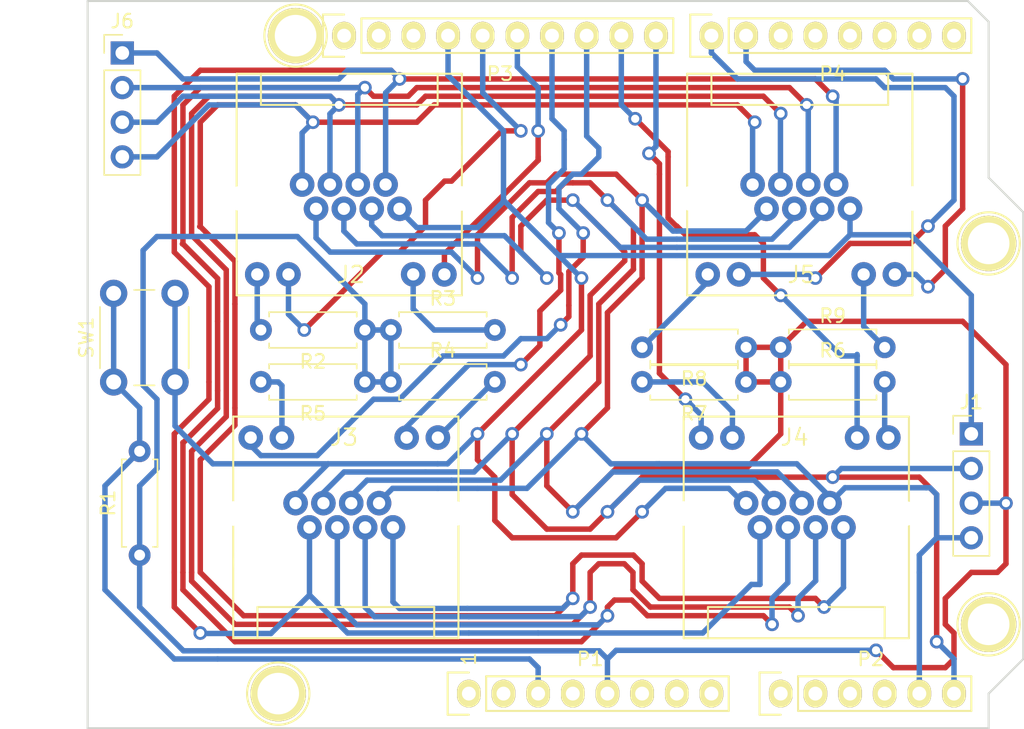
<source format=kicad_pcb>
(kicad_pcb (version 4) (host pcbnew 4.0.6)

  (general
    (links 66)
    (no_connects 0)
    (area 104.572999 71.542 182.071334 127.694)
    (thickness 1.6)
    (drawings 27)
    (tracks 565)
    (zones 0)
    (modules 24)
    (nets 49)
  )

  (page A4)
  (title_block
    (date "lun. 30 mars 2015")
  )

  (layers
    (0 F.Cu signal)
    (31 B.Cu signal)
    (32 B.Adhes user)
    (33 F.Adhes user)
    (34 B.Paste user)
    (35 F.Paste user)
    (36 B.SilkS user)
    (37 F.SilkS user)
    (38 B.Mask user)
    (39 F.Mask user)
    (40 Dwgs.User user)
    (41 Cmts.User user)
    (42 Eco1.User user)
    (43 Eco2.User user)
    (44 Edge.Cuts user)
    (45 Margin user)
    (46 B.CrtYd user)
    (47 F.CrtYd user)
    (48 B.Fab user)
    (49 F.Fab user)
  )

  (setup
    (last_trace_width 0.4)
    (user_trace_width 0.2)
    (user_trace_width 1)
    (trace_clearance 0.2)
    (zone_clearance 0.508)
    (zone_45_only no)
    (trace_min 0.2)
    (segment_width 0.15)
    (edge_width 0.15)
    (via_size 1)
    (via_drill 0.6)
    (via_min_size 1)
    (via_min_drill 0.6)
    (uvia_size 0.3)
    (uvia_drill 0.1)
    (uvias_allowed no)
    (uvia_min_size 0.2)
    (uvia_min_drill 0.1)
    (pcb_text_width 0.3)
    (pcb_text_size 1.5 1.5)
    (mod_edge_width 0.15)
    (mod_text_size 1 1)
    (mod_text_width 0.15)
    (pad_size 4.064 4.064)
    (pad_drill 3.048)
    (pad_to_mask_clearance 0)
    (aux_axis_origin 110.998 126.365)
    (grid_origin 110.998 126.365)
    (visible_elements 7FFFFFFF)
    (pcbplotparams
      (layerselection 0x01000_80000001)
      (usegerberextensions false)
      (excludeedgelayer true)
      (linewidth 0.100000)
      (plotframeref false)
      (viasonmask false)
      (mode 1)
      (useauxorigin false)
      (hpglpennumber 1)
      (hpglpenspeed 20)
      (hpglpendiameter 15)
      (hpglpenoverlay 2)
      (psnegative false)
      (psa4output false)
      (plotreference true)
      (plotvalue true)
      (plotinvisibletext false)
      (padsonsilk false)
      (subtractmaskfromsilk false)
      (outputformat 1)
      (mirror false)
      (drillshape 0)
      (scaleselection 1)
      (outputdirectory rj45_cnt/))
  )

  (net 0 "")
  (net 1 /IOREF)
  (net 2 /Reset)
  (net 3 +5V)
  (net 4 GND)
  (net 5 /Vin)
  (net 6 /A0)
  (net 7 /A1)
  (net 8 /A2)
  (net 9 /A3)
  (net 10 "/A4(SDA)")
  (net 11 "/A5(SCL)")
  (net 12 "/9(**)")
  (net 13 /8)
  (net 14 /7)
  (net 15 "/6(**)")
  (net 16 "/5(**)")
  (net 17 /4)
  (net 18 "/3(**)")
  (net 19 /2)
  (net 20 "/1(Tx)")
  (net 21 "/0(Rx)")
  (net 22 "Net-(P5-Pad1)")
  (net 23 "Net-(P6-Pad1)")
  (net 24 "Net-(P7-Pad1)")
  (net 25 "Net-(P8-Pad1)")
  (net 26 "/13(SCK)")
  (net 27 "/10(**/SS)")
  (net 28 "Net-(P1-Pad1)")
  (net 29 "/12(MISO)")
  (net 30 "/11(**/MOSI)")
  (net 31 "Net-(J2-Pad2)")
  (net 32 "Net-(J2-Pad4)")
  (net 33 "Net-(J2-Pad6)")
  (net 34 "Net-(J2-Pad8)")
  (net 35 "Net-(J2-Pad10)")
  (net 36 "Net-(J2-Pad12)")
  (net 37 "Net-(J3-Pad10)")
  (net 38 "Net-(J3-Pad12)")
  (net 39 "Net-(J4-Pad10)")
  (net 40 "Net-(J4-Pad12)")
  (net 41 "Net-(J5-Pad10)")
  (net 42 "Net-(J5-Pad12)")
  (net 43 "Net-(P1-Pad4)")
  (net 44 "Net-(P1-Pad6)")
  (net 45 "Net-(P1-Pad7)")
  (net 46 "Net-(P3-Pad1)")
  (net 47 "Net-(P3-Pad2)")
  (net 48 "Net-(P3-Pad3)")

  (net_class Default "This is the default net class."
    (clearance 0.2)
    (trace_width 0.4)
    (via_dia 1)
    (via_drill 0.6)
    (uvia_dia 0.3)
    (uvia_drill 0.1)
    (add_net +5V)
    (add_net "/0(Rx)")
    (add_net "/1(Tx)")
    (add_net "/10(**/SS)")
    (add_net "/11(**/MOSI)")
    (add_net "/12(MISO)")
    (add_net "/13(SCK)")
    (add_net /2)
    (add_net "/3(**)")
    (add_net /4)
    (add_net "/5(**)")
    (add_net "/6(**)")
    (add_net /7)
    (add_net /8)
    (add_net "/9(**)")
    (add_net /A0)
    (add_net /A1)
    (add_net /A2)
    (add_net /A3)
    (add_net "/A4(SDA)")
    (add_net "/A5(SCL)")
    (add_net /IOREF)
    (add_net /Reset)
    (add_net /Vin)
    (add_net GND)
    (add_net "Net-(J2-Pad10)")
    (add_net "Net-(J2-Pad12)")
    (add_net "Net-(J2-Pad2)")
    (add_net "Net-(J2-Pad4)")
    (add_net "Net-(J2-Pad6)")
    (add_net "Net-(J2-Pad8)")
    (add_net "Net-(J3-Pad10)")
    (add_net "Net-(J3-Pad12)")
    (add_net "Net-(J4-Pad10)")
    (add_net "Net-(J4-Pad12)")
    (add_net "Net-(J5-Pad10)")
    (add_net "Net-(J5-Pad12)")
    (add_net "Net-(P1-Pad1)")
    (add_net "Net-(P1-Pad4)")
    (add_net "Net-(P1-Pad6)")
    (add_net "Net-(P1-Pad7)")
    (add_net "Net-(P3-Pad1)")
    (add_net "Net-(P3-Pad2)")
    (add_net "Net-(P3-Pad3)")
    (add_net "Net-(P5-Pad1)")
    (add_net "Net-(P6-Pad1)")
    (add_net "Net-(P7-Pad1)")
    (add_net "Net-(P8-Pad1)")
  )

  (module Socket_Arduino_Uno:Socket_Strip_Arduino_1x08 locked (layer F.Cu) (tedit 552168D2) (tstamp 551AF9EA)
    (at 138.938 123.825)
    (descr "Through hole socket strip")
    (tags "socket strip")
    (path /56D70129)
    (fp_text reference P1 (at 8.89 -2.54) (layer F.SilkS)
      (effects (font (size 1 1) (thickness 0.15)))
    )
    (fp_text value Power (at 8.89 -4.064) (layer F.Fab)
      (effects (font (size 1 1) (thickness 0.15)))
    )
    (fp_line (start -1.75 -1.75) (end -1.75 1.75) (layer F.CrtYd) (width 0.05))
    (fp_line (start 19.55 -1.75) (end 19.55 1.75) (layer F.CrtYd) (width 0.05))
    (fp_line (start -1.75 -1.75) (end 19.55 -1.75) (layer F.CrtYd) (width 0.05))
    (fp_line (start -1.75 1.75) (end 19.55 1.75) (layer F.CrtYd) (width 0.05))
    (fp_line (start 1.27 1.27) (end 19.05 1.27) (layer F.SilkS) (width 0.15))
    (fp_line (start 19.05 1.27) (end 19.05 -1.27) (layer F.SilkS) (width 0.15))
    (fp_line (start 19.05 -1.27) (end 1.27 -1.27) (layer F.SilkS) (width 0.15))
    (fp_line (start -1.55 1.55) (end 0 1.55) (layer F.SilkS) (width 0.15))
    (fp_line (start 1.27 1.27) (end 1.27 -1.27) (layer F.SilkS) (width 0.15))
    (fp_line (start 0 -1.55) (end -1.55 -1.55) (layer F.SilkS) (width 0.15))
    (fp_line (start -1.55 -1.55) (end -1.55 1.55) (layer F.SilkS) (width 0.15))
    (pad 1 thru_hole oval (at 0 0) (size 1.7272 2.032) (drill 1.016) (layers *.Cu *.Mask F.SilkS)
      (net 28 "Net-(P1-Pad1)"))
    (pad 2 thru_hole oval (at 2.54 0) (size 1.7272 2.032) (drill 1.016) (layers *.Cu *.Mask F.SilkS)
      (net 1 /IOREF))
    (pad 3 thru_hole oval (at 5.08 0) (size 1.7272 2.032) (drill 1.016) (layers *.Cu *.Mask F.SilkS)
      (net 2 /Reset))
    (pad 4 thru_hole oval (at 7.62 0) (size 1.7272 2.032) (drill 1.016) (layers *.Cu *.Mask F.SilkS)
      (net 43 "Net-(P1-Pad4)"))
    (pad 5 thru_hole oval (at 10.16 0) (size 1.7272 2.032) (drill 1.016) (layers *.Cu *.Mask F.SilkS)
      (net 3 +5V))
    (pad 6 thru_hole oval (at 12.7 0) (size 1.7272 2.032) (drill 1.016) (layers *.Cu *.Mask F.SilkS)
      (net 44 "Net-(P1-Pad6)"))
    (pad 7 thru_hole oval (at 15.24 0) (size 1.7272 2.032) (drill 1.016) (layers *.Cu *.Mask F.SilkS)
      (net 45 "Net-(P1-Pad7)"))
    (pad 8 thru_hole oval (at 17.78 0) (size 1.7272 2.032) (drill 1.016) (layers *.Cu *.Mask F.SilkS)
      (net 5 /Vin))
    (model ${KIPRJMOD}/Socket_Arduino_Uno.3dshapes/Socket_header_Arduino_1x08.wrl
      (at (xyz 0.35 0 0))
      (scale (xyz 1 1 1))
      (rotate (xyz 0 0 180))
    )
  )

  (module Socket_Arduino_Uno:Socket_Strip_Arduino_1x06 locked (layer F.Cu) (tedit 552168D6) (tstamp 551AF9FF)
    (at 161.798 123.825)
    (descr "Through hole socket strip")
    (tags "socket strip")
    (path /56D70DD8)
    (fp_text reference P2 (at 6.604 -2.54) (layer F.SilkS)
      (effects (font (size 1 1) (thickness 0.15)))
    )
    (fp_text value Analog (at 6.604 -4.064) (layer F.Fab)
      (effects (font (size 1 1) (thickness 0.15)))
    )
    (fp_line (start -1.75 -1.75) (end -1.75 1.75) (layer F.CrtYd) (width 0.05))
    (fp_line (start 14.45 -1.75) (end 14.45 1.75) (layer F.CrtYd) (width 0.05))
    (fp_line (start -1.75 -1.75) (end 14.45 -1.75) (layer F.CrtYd) (width 0.05))
    (fp_line (start -1.75 1.75) (end 14.45 1.75) (layer F.CrtYd) (width 0.05))
    (fp_line (start 1.27 1.27) (end 13.97 1.27) (layer F.SilkS) (width 0.15))
    (fp_line (start 13.97 1.27) (end 13.97 -1.27) (layer F.SilkS) (width 0.15))
    (fp_line (start 13.97 -1.27) (end 1.27 -1.27) (layer F.SilkS) (width 0.15))
    (fp_line (start -1.55 1.55) (end 0 1.55) (layer F.SilkS) (width 0.15))
    (fp_line (start 1.27 1.27) (end 1.27 -1.27) (layer F.SilkS) (width 0.15))
    (fp_line (start 0 -1.55) (end -1.55 -1.55) (layer F.SilkS) (width 0.15))
    (fp_line (start -1.55 -1.55) (end -1.55 1.55) (layer F.SilkS) (width 0.15))
    (pad 1 thru_hole oval (at 0 0) (size 1.7272 2.032) (drill 1.016) (layers *.Cu *.Mask F.SilkS)
      (net 6 /A0))
    (pad 2 thru_hole oval (at 2.54 0) (size 1.7272 2.032) (drill 1.016) (layers *.Cu *.Mask F.SilkS)
      (net 7 /A1))
    (pad 3 thru_hole oval (at 5.08 0) (size 1.7272 2.032) (drill 1.016) (layers *.Cu *.Mask F.SilkS)
      (net 8 /A2))
    (pad 4 thru_hole oval (at 7.62 0) (size 1.7272 2.032) (drill 1.016) (layers *.Cu *.Mask F.SilkS)
      (net 9 /A3))
    (pad 5 thru_hole oval (at 10.16 0) (size 1.7272 2.032) (drill 1.016) (layers *.Cu *.Mask F.SilkS)
      (net 10 "/A4(SDA)"))
    (pad 6 thru_hole oval (at 12.7 0) (size 1.7272 2.032) (drill 1.016) (layers *.Cu *.Mask F.SilkS)
      (net 11 "/A5(SCL)"))
    (model ${KIPRJMOD}/Socket_Arduino_Uno.3dshapes/Socket_header_Arduino_1x06.wrl
      (at (xyz 0.25 0 0))
      (scale (xyz 1 1 1))
      (rotate (xyz 0 0 180))
    )
  )

  (module Socket_Arduino_Uno:Socket_Strip_Arduino_1x10 locked (layer F.Cu) (tedit 552168BF) (tstamp 551AFA18)
    (at 129.794 75.565)
    (descr "Through hole socket strip")
    (tags "socket strip")
    (path /56D721E0)
    (fp_text reference P3 (at 11.43 2.794) (layer F.SilkS)
      (effects (font (size 1 1) (thickness 0.15)))
    )
    (fp_text value Digital (at 11.43 4.318) (layer F.Fab)
      (effects (font (size 1 1) (thickness 0.15)))
    )
    (fp_line (start -1.75 -1.75) (end -1.75 1.75) (layer F.CrtYd) (width 0.05))
    (fp_line (start 24.65 -1.75) (end 24.65 1.75) (layer F.CrtYd) (width 0.05))
    (fp_line (start -1.75 -1.75) (end 24.65 -1.75) (layer F.CrtYd) (width 0.05))
    (fp_line (start -1.75 1.75) (end 24.65 1.75) (layer F.CrtYd) (width 0.05))
    (fp_line (start 1.27 1.27) (end 24.13 1.27) (layer F.SilkS) (width 0.15))
    (fp_line (start 24.13 1.27) (end 24.13 -1.27) (layer F.SilkS) (width 0.15))
    (fp_line (start 24.13 -1.27) (end 1.27 -1.27) (layer F.SilkS) (width 0.15))
    (fp_line (start -1.55 1.55) (end 0 1.55) (layer F.SilkS) (width 0.15))
    (fp_line (start 1.27 1.27) (end 1.27 -1.27) (layer F.SilkS) (width 0.15))
    (fp_line (start 0 -1.55) (end -1.55 -1.55) (layer F.SilkS) (width 0.15))
    (fp_line (start -1.55 -1.55) (end -1.55 1.55) (layer F.SilkS) (width 0.15))
    (pad 1 thru_hole oval (at 0 0) (size 1.7272 2.032) (drill 1.016) (layers *.Cu *.Mask F.SilkS)
      (net 46 "Net-(P3-Pad1)"))
    (pad 2 thru_hole oval (at 2.54 0) (size 1.7272 2.032) (drill 1.016) (layers *.Cu *.Mask F.SilkS)
      (net 47 "Net-(P3-Pad2)"))
    (pad 3 thru_hole oval (at 5.08 0) (size 1.7272 2.032) (drill 1.016) (layers *.Cu *.Mask F.SilkS)
      (net 48 "Net-(P3-Pad3)"))
    (pad 4 thru_hole oval (at 7.62 0) (size 1.7272 2.032) (drill 1.016) (layers *.Cu *.Mask F.SilkS)
      (net 4 GND))
    (pad 5 thru_hole oval (at 10.16 0) (size 1.7272 2.032) (drill 1.016) (layers *.Cu *.Mask F.SilkS)
      (net 26 "/13(SCK)"))
    (pad 6 thru_hole oval (at 12.7 0) (size 1.7272 2.032) (drill 1.016) (layers *.Cu *.Mask F.SilkS)
      (net 29 "/12(MISO)"))
    (pad 7 thru_hole oval (at 15.24 0) (size 1.7272 2.032) (drill 1.016) (layers *.Cu *.Mask F.SilkS)
      (net 30 "/11(**/MOSI)"))
    (pad 8 thru_hole oval (at 17.78 0) (size 1.7272 2.032) (drill 1.016) (layers *.Cu *.Mask F.SilkS)
      (net 27 "/10(**/SS)"))
    (pad 9 thru_hole oval (at 20.32 0) (size 1.7272 2.032) (drill 1.016) (layers *.Cu *.Mask F.SilkS)
      (net 12 "/9(**)"))
    (pad 10 thru_hole oval (at 22.86 0) (size 1.7272 2.032) (drill 1.016) (layers *.Cu *.Mask F.SilkS)
      (net 13 /8))
    (model ${KIPRJMOD}/Socket_Arduino_Uno.3dshapes/Socket_header_Arduino_1x10.wrl
      (at (xyz 0.45 0 0))
      (scale (xyz 1 1 1))
      (rotate (xyz 0 0 180))
    )
  )

  (module Socket_Arduino_Uno:Socket_Strip_Arduino_1x08 locked (layer F.Cu) (tedit 552168C7) (tstamp 551AFA2F)
    (at 156.718 75.565)
    (descr "Through hole socket strip")
    (tags "socket strip")
    (path /56D7164F)
    (fp_text reference P4 (at 8.89 2.794) (layer F.SilkS)
      (effects (font (size 1 1) (thickness 0.15)))
    )
    (fp_text value Digital (at 8.89 4.318) (layer F.Fab)
      (effects (font (size 1 1) (thickness 0.15)))
    )
    (fp_line (start -1.75 -1.75) (end -1.75 1.75) (layer F.CrtYd) (width 0.05))
    (fp_line (start 19.55 -1.75) (end 19.55 1.75) (layer F.CrtYd) (width 0.05))
    (fp_line (start -1.75 -1.75) (end 19.55 -1.75) (layer F.CrtYd) (width 0.05))
    (fp_line (start -1.75 1.75) (end 19.55 1.75) (layer F.CrtYd) (width 0.05))
    (fp_line (start 1.27 1.27) (end 19.05 1.27) (layer F.SilkS) (width 0.15))
    (fp_line (start 19.05 1.27) (end 19.05 -1.27) (layer F.SilkS) (width 0.15))
    (fp_line (start 19.05 -1.27) (end 1.27 -1.27) (layer F.SilkS) (width 0.15))
    (fp_line (start -1.55 1.55) (end 0 1.55) (layer F.SilkS) (width 0.15))
    (fp_line (start 1.27 1.27) (end 1.27 -1.27) (layer F.SilkS) (width 0.15))
    (fp_line (start 0 -1.55) (end -1.55 -1.55) (layer F.SilkS) (width 0.15))
    (fp_line (start -1.55 -1.55) (end -1.55 1.55) (layer F.SilkS) (width 0.15))
    (pad 1 thru_hole oval (at 0 0) (size 1.7272 2.032) (drill 1.016) (layers *.Cu *.Mask F.SilkS)
      (net 14 /7))
    (pad 2 thru_hole oval (at 2.54 0) (size 1.7272 2.032) (drill 1.016) (layers *.Cu *.Mask F.SilkS)
      (net 15 "/6(**)"))
    (pad 3 thru_hole oval (at 5.08 0) (size 1.7272 2.032) (drill 1.016) (layers *.Cu *.Mask F.SilkS)
      (net 16 "/5(**)"))
    (pad 4 thru_hole oval (at 7.62 0) (size 1.7272 2.032) (drill 1.016) (layers *.Cu *.Mask F.SilkS)
      (net 17 /4))
    (pad 5 thru_hole oval (at 10.16 0) (size 1.7272 2.032) (drill 1.016) (layers *.Cu *.Mask F.SilkS)
      (net 18 "/3(**)"))
    (pad 6 thru_hole oval (at 12.7 0) (size 1.7272 2.032) (drill 1.016) (layers *.Cu *.Mask F.SilkS)
      (net 19 /2))
    (pad 7 thru_hole oval (at 15.24 0) (size 1.7272 2.032) (drill 1.016) (layers *.Cu *.Mask F.SilkS)
      (net 20 "/1(Tx)"))
    (pad 8 thru_hole oval (at 17.78 0) (size 1.7272 2.032) (drill 1.016) (layers *.Cu *.Mask F.SilkS)
      (net 21 "/0(Rx)"))
    (model ${KIPRJMOD}/Socket_Arduino_Uno.3dshapes/Socket_header_Arduino_1x08.wrl
      (at (xyz 0.35 0 0))
      (scale (xyz 1 1 1))
      (rotate (xyz 0 0 180))
    )
  )

  (module Socket_Arduino_Uno:Arduino_1pin locked (layer F.Cu) (tedit 5524FC39) (tstamp 5524FC3F)
    (at 124.968 123.825)
    (descr "module 1 pin (ou trou mecanique de percage)")
    (tags DEV)
    (path /56D71177)
    (fp_text reference P5 (at 0 -3.048) (layer F.SilkS) hide
      (effects (font (size 1 1) (thickness 0.15)))
    )
    (fp_text value CONN_01X01 (at 0 2.794) (layer F.Fab) hide
      (effects (font (size 1 1) (thickness 0.15)))
    )
    (fp_circle (center 0 0) (end 0 -2.286) (layer F.SilkS) (width 0.15))
    (pad 1 thru_hole circle (at 0 0) (size 4.064 4.064) (drill 3.048) (layers *.Cu *.Mask F.SilkS)
      (net 22 "Net-(P5-Pad1)"))
  )

  (module Socket_Arduino_Uno:Arduino_1pin locked (layer F.Cu) (tedit 5524FC4A) (tstamp 5524FC44)
    (at 177.038 118.745)
    (descr "module 1 pin (ou trou mecanique de percage)")
    (tags DEV)
    (path /56D71274)
    (fp_text reference P6 (at 0 -3.048) (layer F.SilkS) hide
      (effects (font (size 1 1) (thickness 0.15)))
    )
    (fp_text value CONN_01X01 (at 0 2.794) (layer F.Fab) hide
      (effects (font (size 1 1) (thickness 0.15)))
    )
    (fp_circle (center 0 0) (end 0 -2.286) (layer F.SilkS) (width 0.15))
    (pad 1 thru_hole circle (at 0 0) (size 4.064 4.064) (drill 3.048) (layers *.Cu *.Mask F.SilkS)
      (net 23 "Net-(P6-Pad1)"))
  )

  (module Socket_Arduino_Uno:Arduino_1pin locked (layer F.Cu) (tedit 5524FC2F) (tstamp 5524FC49)
    (at 126.238 75.565)
    (descr "module 1 pin (ou trou mecanique de percage)")
    (tags DEV)
    (path /56D712A8)
    (fp_text reference P7 (at 0 -3.048) (layer F.SilkS) hide
      (effects (font (size 1 1) (thickness 0.15)))
    )
    (fp_text value CONN_01X01 (at 0 2.794) (layer F.Fab) hide
      (effects (font (size 1 1) (thickness 0.15)))
    )
    (fp_circle (center 0 0) (end 0 -2.286) (layer F.SilkS) (width 0.15))
    (pad 1 thru_hole circle (at 0 0) (size 4.064 4.064) (drill 3.048) (layers *.Cu *.Mask F.SilkS)
      (net 24 "Net-(P7-Pad1)"))
  )

  (module Socket_Arduino_Uno:Arduino_1pin locked (layer F.Cu) (tedit 5524FC41) (tstamp 5524FC4E)
    (at 177.038 90.805)
    (descr "module 1 pin (ou trou mecanique de percage)")
    (tags DEV)
    (path /56D712DB)
    (fp_text reference P8 (at 0 -3.048) (layer F.SilkS) hide
      (effects (font (size 1 1) (thickness 0.15)))
    )
    (fp_text value CONN_01X01 (at 0 2.794) (layer F.Fab) hide
      (effects (font (size 1 1) (thickness 0.15)))
    )
    (fp_circle (center 0 0) (end 0 -2.286) (layer F.SilkS) (width 0.15))
    (pad 1 thru_hole circle (at 0 0) (size 4.064 4.064) (drill 3.048) (layers *.Cu *.Mask F.SilkS)
      (net 25 "Net-(P8-Pad1)"))
  )

  (module Pin_Headers:Pin_Header_Straight_1x04_Pitch2.54mm (layer F.Cu) (tedit 58CD4EC1) (tstamp 5A4649E4)
    (at 175.768 104.775)
    (descr "Through hole straight pin header, 1x04, 2.54mm pitch, single row")
    (tags "Through hole pin header THT 1x04 2.54mm single row")
    (path /5A465BE7)
    (fp_text reference J1 (at 0 -2.33) (layer F.SilkS)
      (effects (font (size 1 1) (thickness 0.15)))
    )
    (fp_text value I2C (at 0 9.95) (layer F.Fab)
      (effects (font (size 1 1) (thickness 0.15)))
    )
    (fp_line (start -1.27 -1.27) (end -1.27 8.89) (layer F.Fab) (width 0.1))
    (fp_line (start -1.27 8.89) (end 1.27 8.89) (layer F.Fab) (width 0.1))
    (fp_line (start 1.27 8.89) (end 1.27 -1.27) (layer F.Fab) (width 0.1))
    (fp_line (start 1.27 -1.27) (end -1.27 -1.27) (layer F.Fab) (width 0.1))
    (fp_line (start -1.33 1.27) (end -1.33 8.95) (layer F.SilkS) (width 0.12))
    (fp_line (start -1.33 8.95) (end 1.33 8.95) (layer F.SilkS) (width 0.12))
    (fp_line (start 1.33 8.95) (end 1.33 1.27) (layer F.SilkS) (width 0.12))
    (fp_line (start 1.33 1.27) (end -1.33 1.27) (layer F.SilkS) (width 0.12))
    (fp_line (start -1.33 0) (end -1.33 -1.33) (layer F.SilkS) (width 0.12))
    (fp_line (start -1.33 -1.33) (end 0 -1.33) (layer F.SilkS) (width 0.12))
    (fp_line (start -1.8 -1.8) (end -1.8 9.4) (layer F.CrtYd) (width 0.05))
    (fp_line (start -1.8 9.4) (end 1.8 9.4) (layer F.CrtYd) (width 0.05))
    (fp_line (start 1.8 9.4) (end 1.8 -1.8) (layer F.CrtYd) (width 0.05))
    (fp_line (start 1.8 -1.8) (end -1.8 -1.8) (layer F.CrtYd) (width 0.05))
    (fp_text user %R (at 0 -2.33) (layer F.Fab)
      (effects (font (size 1 1) (thickness 0.15)))
    )
    (pad 1 thru_hole rect (at 0 0) (size 1.7 1.7) (drill 1) (layers *.Cu *.Mask)
      (net 4 GND))
    (pad 2 thru_hole oval (at 0 2.54) (size 1.7 1.7) (drill 1) (layers *.Cu *.Mask)
      (net 11 "/A5(SCL)"))
    (pad 3 thru_hole oval (at 0 5.08) (size 1.7 1.7) (drill 1) (layers *.Cu *.Mask)
      (net 3 +5V))
    (pad 4 thru_hole oval (at 0 7.62) (size 1.7 1.7) (drill 1) (layers *.Cu *.Mask)
      (net 10 "/A4(SDA)"))
    (model ${KISYS3DMOD}/Pin_Headers.3dshapes/Pin_Header_Straight_1x04_Pitch2.54mm.wrl
      (at (xyz 0 -0.15 0))
      (scale (xyz 1 1 1))
      (rotate (xyz 0 0 90))
    )
  )

  (module kicad-lib-RJ45:NewWays8p8c (layer F.Cu) (tedit 5A3C9A9F) (tstamp 5A4649F8)
    (at 133.858 88.265 180)
    (path /5A4640E2)
    (fp_text reference J2 (at 3.556 -4.826 360) (layer F.SilkS)
      (effects (font (size 1.2 1.2) (thickness 0.15)))
    )
    (fp_text value RJ45_LEDS (at 4.064 6.604 180) (layer F.Fab)
      (effects (font (size 1.2 1.2) (thickness 0.15)))
    )
    (fp_line (start -2.794 9.906) (end -2.794 7.62) (layer F.SilkS) (width 0.15))
    (fp_line (start -2.794 7.62) (end -2.032 7.62) (layer F.SilkS) (width 0.15))
    (fp_line (start -2.032 7.62) (end 10.16 7.62) (layer F.SilkS) (width 0.15))
    (fp_line (start 10.16 7.62) (end 10.16 9.906) (layer F.SilkS) (width 0.15))
    (fp_line (start -4.572 9.906) (end 11.938 9.906) (layer F.SilkS) (width 0.15))
    (fp_line (start 11.938 9.906) (end 11.938 -6.35) (layer F.SilkS) (width 0.15))
    (fp_line (start 11.938 -6.35) (end -4.572 -6.35) (layer F.SilkS) (width 0.15))
    (fp_line (start -4.572 -6.35) (end -4.572 9.906) (layer F.SilkS) (width 0.15))
    (pad 2 thru_hole circle (at 1.02 1.78 180) (size 1.8 1.8) (drill 0.9) (layers *.Cu *.Mask)
      (net 31 "Net-(J2-Pad2)"))
    (pad 1 thru_hole circle (at 0 0 180) (size 1.8 1.8) (drill 0.9) (layers *.Cu *.Mask)
      (net 4 GND))
    (pad 4 thru_hole circle (at 3.06 1.78 180) (size 1.8 1.8) (drill 0.9) (layers *.Cu *.Mask)
      (net 32 "Net-(J2-Pad4)"))
    (pad 3 thru_hole circle (at 2.04 0 180) (size 1.8 1.8) (drill 0.9) (layers *.Cu *.Mask)
      (net 11 "/A5(SCL)"))
    (pad 6 thru_hole circle (at 5.1 1.78 180) (size 1.8 1.8) (drill 0.9) (layers *.Cu *.Mask)
      (net 33 "Net-(J2-Pad6)"))
    (pad 5 thru_hole circle (at 4.08 0 180) (size 1.8 1.8) (drill 0.9) (layers *.Cu *.Mask)
      (net 3 +5V))
    (pad 8 thru_hole circle (at 7.14 1.78 180) (size 1.8 1.8) (drill 0.9) (layers *.Cu *.Mask)
      (net 34 "Net-(J2-Pad8)"))
    (pad 7 thru_hole circle (at 6.12 0 180) (size 1.8 1.8) (drill 0.9) (layers *.Cu *.Mask)
      (net 10 "/A4(SDA)"))
    (pad 10 thru_hole circle (at -1 -4.81 180) (size 1.8 1.8) (drill 0.9) (layers *.Cu *.Mask)
      (net 35 "Net-(J2-Pad10)"))
    (pad 9 thru_hole circle (at -3.29 -4.81 180) (size 1.8 1.8) (drill 0.9) (layers *.Cu *.Mask)
      (net 29 "/12(MISO)"))
    (pad 12 thru_hole circle (at 10.43 -4.81 180) (size 1.8 1.8) (drill 0.9) (layers *.Cu *.Mask)
      (net 36 "Net-(J2-Pad12)"))
    (pad 11 thru_hole circle (at 8.14 -4.81 180) (size 1.8 1.8) (drill 0.9) (layers *.Cu *.Mask)
      (net 26 "/13(SCK)"))
    (pad "" np_thru_hole circle (at -2.78 4.32 180) (size 3.25 3.25) (drill 3.25) (layers *.Cu *.Mask))
    (pad "" np_thru_hole circle (at 9.92 4.32 180) (size 3.25 3.25) (drill 3.25) (layers *.Cu *.Mask))
    (pad "" np_thru_hole circle (at -4.56 0.76 180) (size 1.8 1.8) (drill 1.8) (layers *.Cu *.Mask))
    (pad "" np_thru_hole circle (at 11.7 0.76 180) (size 1.8 1.8) (drill 1.8) (layers *.Cu *.Mask))
  )

  (module kicad-lib-RJ45:NewWays8p8c (layer F.Cu) (tedit 5A3C9A9F) (tstamp 5A464A0C)
    (at 126.238 109.855)
    (path /5A463F4D)
    (fp_text reference J3 (at 3.556 -4.826 180) (layer F.SilkS)
      (effects (font (size 1.2 1.2) (thickness 0.15)))
    )
    (fp_text value RJ45_LEDS (at 4.064 6.604) (layer F.Fab)
      (effects (font (size 1.2 1.2) (thickness 0.15)))
    )
    (fp_line (start -2.794 9.906) (end -2.794 7.62) (layer F.SilkS) (width 0.15))
    (fp_line (start -2.794 7.62) (end -2.032 7.62) (layer F.SilkS) (width 0.15))
    (fp_line (start -2.032 7.62) (end 10.16 7.62) (layer F.SilkS) (width 0.15))
    (fp_line (start 10.16 7.62) (end 10.16 9.906) (layer F.SilkS) (width 0.15))
    (fp_line (start -4.572 9.906) (end 11.938 9.906) (layer F.SilkS) (width 0.15))
    (fp_line (start 11.938 9.906) (end 11.938 -6.35) (layer F.SilkS) (width 0.15))
    (fp_line (start 11.938 -6.35) (end -4.572 -6.35) (layer F.SilkS) (width 0.15))
    (fp_line (start -4.572 -6.35) (end -4.572 9.906) (layer F.SilkS) (width 0.15))
    (pad 2 thru_hole circle (at 1.02 1.78) (size 1.8 1.8) (drill 0.9) (layers *.Cu *.Mask)
      (net 31 "Net-(J2-Pad2)"))
    (pad 1 thru_hole circle (at 0 0) (size 1.8 1.8) (drill 0.9) (layers *.Cu *.Mask)
      (net 4 GND))
    (pad 4 thru_hole circle (at 3.06 1.78) (size 1.8 1.8) (drill 0.9) (layers *.Cu *.Mask)
      (net 32 "Net-(J2-Pad4)"))
    (pad 3 thru_hole circle (at 2.04 0) (size 1.8 1.8) (drill 0.9) (layers *.Cu *.Mask)
      (net 11 "/A5(SCL)"))
    (pad 6 thru_hole circle (at 5.1 1.78) (size 1.8 1.8) (drill 0.9) (layers *.Cu *.Mask)
      (net 33 "Net-(J2-Pad6)"))
    (pad 5 thru_hole circle (at 4.08 0) (size 1.8 1.8) (drill 0.9) (layers *.Cu *.Mask)
      (net 3 +5V))
    (pad 8 thru_hole circle (at 7.14 1.78) (size 1.8 1.8) (drill 0.9) (layers *.Cu *.Mask)
      (net 34 "Net-(J2-Pad8)"))
    (pad 7 thru_hole circle (at 6.12 0) (size 1.8 1.8) (drill 0.9) (layers *.Cu *.Mask)
      (net 10 "/A4(SDA)"))
    (pad 10 thru_hole circle (at -1 -4.81) (size 1.8 1.8) (drill 0.9) (layers *.Cu *.Mask)
      (net 37 "Net-(J3-Pad10)"))
    (pad 9 thru_hole circle (at -3.29 -4.81) (size 1.8 1.8) (drill 0.9) (layers *.Cu *.Mask)
      (net 27 "/10(**/SS)"))
    (pad 12 thru_hole circle (at 10.43 -4.81) (size 1.8 1.8) (drill 0.9) (layers *.Cu *.Mask)
      (net 38 "Net-(J3-Pad12)"))
    (pad 11 thru_hole circle (at 8.14 -4.81) (size 1.8 1.8) (drill 0.9) (layers *.Cu *.Mask)
      (net 30 "/11(**/MOSI)"))
    (pad "" np_thru_hole circle (at -2.78 4.32) (size 3.25 3.25) (drill 3.25) (layers *.Cu *.Mask))
    (pad "" np_thru_hole circle (at 9.92 4.32) (size 3.25 3.25) (drill 3.25) (layers *.Cu *.Mask))
    (pad "" np_thru_hole circle (at -4.56 0.76) (size 1.8 1.8) (drill 1.8) (layers *.Cu *.Mask))
    (pad "" np_thru_hole circle (at 11.7 0.76) (size 1.8 1.8) (drill 1.8) (layers *.Cu *.Mask))
  )

  (module kicad-lib-RJ45:NewWays8p8c (layer F.Cu) (tedit 5A3C9A9F) (tstamp 5A464A20)
    (at 159.258 109.855)
    (path /5A463F98)
    (fp_text reference J4 (at 3.556 -4.826 180) (layer F.SilkS)
      (effects (font (size 1.2 1.2) (thickness 0.15)))
    )
    (fp_text value RJ45_LEDS (at 4.064 6.604) (layer F.Fab)
      (effects (font (size 1.2 1.2) (thickness 0.15)))
    )
    (fp_line (start -2.794 9.906) (end -2.794 7.62) (layer F.SilkS) (width 0.15))
    (fp_line (start -2.794 7.62) (end -2.032 7.62) (layer F.SilkS) (width 0.15))
    (fp_line (start -2.032 7.62) (end 10.16 7.62) (layer F.SilkS) (width 0.15))
    (fp_line (start 10.16 7.62) (end 10.16 9.906) (layer F.SilkS) (width 0.15))
    (fp_line (start -4.572 9.906) (end 11.938 9.906) (layer F.SilkS) (width 0.15))
    (fp_line (start 11.938 9.906) (end 11.938 -6.35) (layer F.SilkS) (width 0.15))
    (fp_line (start 11.938 -6.35) (end -4.572 -6.35) (layer F.SilkS) (width 0.15))
    (fp_line (start -4.572 -6.35) (end -4.572 9.906) (layer F.SilkS) (width 0.15))
    (pad 2 thru_hole circle (at 1.02 1.78) (size 1.8 1.8) (drill 0.9) (layers *.Cu *.Mask)
      (net 31 "Net-(J2-Pad2)"))
    (pad 1 thru_hole circle (at 0 0) (size 1.8 1.8) (drill 0.9) (layers *.Cu *.Mask)
      (net 4 GND))
    (pad 4 thru_hole circle (at 3.06 1.78) (size 1.8 1.8) (drill 0.9) (layers *.Cu *.Mask)
      (net 32 "Net-(J2-Pad4)"))
    (pad 3 thru_hole circle (at 2.04 0) (size 1.8 1.8) (drill 0.9) (layers *.Cu *.Mask)
      (net 11 "/A5(SCL)"))
    (pad 6 thru_hole circle (at 5.1 1.78) (size 1.8 1.8) (drill 0.9) (layers *.Cu *.Mask)
      (net 33 "Net-(J2-Pad6)"))
    (pad 5 thru_hole circle (at 4.08 0) (size 1.8 1.8) (drill 0.9) (layers *.Cu *.Mask)
      (net 3 +5V))
    (pad 8 thru_hole circle (at 7.14 1.78) (size 1.8 1.8) (drill 0.9) (layers *.Cu *.Mask)
      (net 34 "Net-(J2-Pad8)"))
    (pad 7 thru_hole circle (at 6.12 0) (size 1.8 1.8) (drill 0.9) (layers *.Cu *.Mask)
      (net 10 "/A4(SDA)"))
    (pad 10 thru_hole circle (at -1 -4.81) (size 1.8 1.8) (drill 0.9) (layers *.Cu *.Mask)
      (net 39 "Net-(J4-Pad10)"))
    (pad 9 thru_hole circle (at -3.29 -4.81) (size 1.8 1.8) (drill 0.9) (layers *.Cu *.Mask)
      (net 13 /8))
    (pad 12 thru_hole circle (at 10.43 -4.81) (size 1.8 1.8) (drill 0.9) (layers *.Cu *.Mask)
      (net 40 "Net-(J4-Pad12)"))
    (pad 11 thru_hole circle (at 8.14 -4.81) (size 1.8 1.8) (drill 0.9) (layers *.Cu *.Mask)
      (net 12 "/9(**)"))
    (pad "" np_thru_hole circle (at -2.78 4.32) (size 3.25 3.25) (drill 3.25) (layers *.Cu *.Mask))
    (pad "" np_thru_hole circle (at 9.92 4.32) (size 3.25 3.25) (drill 3.25) (layers *.Cu *.Mask))
    (pad "" np_thru_hole circle (at -4.56 0.76) (size 1.8 1.8) (drill 1.8) (layers *.Cu *.Mask))
    (pad "" np_thru_hole circle (at 11.7 0.76) (size 1.8 1.8) (drill 1.8) (layers *.Cu *.Mask))
  )

  (module kicad-lib-RJ45:NewWays8p8c (layer F.Cu) (tedit 5A3C9A9F) (tstamp 5A464A34)
    (at 166.878 88.265 180)
    (path /5A46408F)
    (fp_text reference J5 (at 3.556 -4.826 360) (layer F.SilkS)
      (effects (font (size 1.2 1.2) (thickness 0.15)))
    )
    (fp_text value RJ45_LEDS (at 4.064 6.604 180) (layer F.Fab)
      (effects (font (size 1.2 1.2) (thickness 0.15)))
    )
    (fp_line (start -2.794 9.906) (end -2.794 7.62) (layer F.SilkS) (width 0.15))
    (fp_line (start -2.794 7.62) (end -2.032 7.62) (layer F.SilkS) (width 0.15))
    (fp_line (start -2.032 7.62) (end 10.16 7.62) (layer F.SilkS) (width 0.15))
    (fp_line (start 10.16 7.62) (end 10.16 9.906) (layer F.SilkS) (width 0.15))
    (fp_line (start -4.572 9.906) (end 11.938 9.906) (layer F.SilkS) (width 0.15))
    (fp_line (start 11.938 9.906) (end 11.938 -6.35) (layer F.SilkS) (width 0.15))
    (fp_line (start 11.938 -6.35) (end -4.572 -6.35) (layer F.SilkS) (width 0.15))
    (fp_line (start -4.572 -6.35) (end -4.572 9.906) (layer F.SilkS) (width 0.15))
    (pad 2 thru_hole circle (at 1.02 1.78 180) (size 1.8 1.8) (drill 0.9) (layers *.Cu *.Mask)
      (net 31 "Net-(J2-Pad2)"))
    (pad 1 thru_hole circle (at 0 0 180) (size 1.8 1.8) (drill 0.9) (layers *.Cu *.Mask)
      (net 4 GND))
    (pad 4 thru_hole circle (at 3.06 1.78 180) (size 1.8 1.8) (drill 0.9) (layers *.Cu *.Mask)
      (net 32 "Net-(J2-Pad4)"))
    (pad 3 thru_hole circle (at 2.04 0 180) (size 1.8 1.8) (drill 0.9) (layers *.Cu *.Mask)
      (net 11 "/A5(SCL)"))
    (pad 6 thru_hole circle (at 5.1 1.78 180) (size 1.8 1.8) (drill 0.9) (layers *.Cu *.Mask)
      (net 33 "Net-(J2-Pad6)"))
    (pad 5 thru_hole circle (at 4.08 0 180) (size 1.8 1.8) (drill 0.9) (layers *.Cu *.Mask)
      (net 3 +5V))
    (pad 8 thru_hole circle (at 7.14 1.78 180) (size 1.8 1.8) (drill 0.9) (layers *.Cu *.Mask)
      (net 34 "Net-(J2-Pad8)"))
    (pad 7 thru_hole circle (at 6.12 0 180) (size 1.8 1.8) (drill 0.9) (layers *.Cu *.Mask)
      (net 10 "/A4(SDA)"))
    (pad 10 thru_hole circle (at -1 -4.81 180) (size 1.8 1.8) (drill 0.9) (layers *.Cu *.Mask)
      (net 41 "Net-(J5-Pad10)"))
    (pad 9 thru_hole circle (at -3.29 -4.81 180) (size 1.8 1.8) (drill 0.9) (layers *.Cu *.Mask)
      (net 15 "/6(**)"))
    (pad 12 thru_hole circle (at 10.43 -4.81 180) (size 1.8 1.8) (drill 0.9) (layers *.Cu *.Mask)
      (net 42 "Net-(J5-Pad12)"))
    (pad 11 thru_hole circle (at 8.14 -4.81 180) (size 1.8 1.8) (drill 0.9) (layers *.Cu *.Mask)
      (net 14 /7))
    (pad "" np_thru_hole circle (at -2.78 4.32 180) (size 3.25 3.25) (drill 3.25) (layers *.Cu *.Mask))
    (pad "" np_thru_hole circle (at 9.92 4.32 180) (size 3.25 3.25) (drill 3.25) (layers *.Cu *.Mask))
    (pad "" np_thru_hole circle (at -4.56 0.76 180) (size 1.8 1.8) (drill 1.8) (layers *.Cu *.Mask))
    (pad "" np_thru_hole circle (at 11.7 0.76 180) (size 1.8 1.8) (drill 1.8) (layers *.Cu *.Mask))
  )

  (module Pin_Headers:Pin_Header_Straight_1x04_Pitch2.54mm (layer F.Cu) (tedit 58CD4EC1) (tstamp 5A464A3C)
    (at 113.538 76.835)
    (descr "Through hole straight pin header, 1x04, 2.54mm pitch, single row")
    (tags "Through hole pin header THT 1x04 2.54mm single row")
    (path /5A465D4B)
    (fp_text reference J6 (at 0 -2.33) (layer F.SilkS)
      (effects (font (size 1 1) (thickness 0.15)))
    )
    (fp_text value blank (at 0 9.95) (layer F.Fab)
      (effects (font (size 1 1) (thickness 0.15)))
    )
    (fp_line (start -1.27 -1.27) (end -1.27 8.89) (layer F.Fab) (width 0.1))
    (fp_line (start -1.27 8.89) (end 1.27 8.89) (layer F.Fab) (width 0.1))
    (fp_line (start 1.27 8.89) (end 1.27 -1.27) (layer F.Fab) (width 0.1))
    (fp_line (start 1.27 -1.27) (end -1.27 -1.27) (layer F.Fab) (width 0.1))
    (fp_line (start -1.33 1.27) (end -1.33 8.95) (layer F.SilkS) (width 0.12))
    (fp_line (start -1.33 8.95) (end 1.33 8.95) (layer F.SilkS) (width 0.12))
    (fp_line (start 1.33 8.95) (end 1.33 1.27) (layer F.SilkS) (width 0.12))
    (fp_line (start 1.33 1.27) (end -1.33 1.27) (layer F.SilkS) (width 0.12))
    (fp_line (start -1.33 0) (end -1.33 -1.33) (layer F.SilkS) (width 0.12))
    (fp_line (start -1.33 -1.33) (end 0 -1.33) (layer F.SilkS) (width 0.12))
    (fp_line (start -1.8 -1.8) (end -1.8 9.4) (layer F.CrtYd) (width 0.05))
    (fp_line (start -1.8 9.4) (end 1.8 9.4) (layer F.CrtYd) (width 0.05))
    (fp_line (start 1.8 9.4) (end 1.8 -1.8) (layer F.CrtYd) (width 0.05))
    (fp_line (start 1.8 -1.8) (end -1.8 -1.8) (layer F.CrtYd) (width 0.05))
    (fp_text user %R (at 0 -2.33) (layer F.Fab)
      (effects (font (size 1 1) (thickness 0.15)))
    )
    (pad 1 thru_hole rect (at 0 0) (size 1.7 1.7) (drill 1) (layers *.Cu *.Mask)
      (net 31 "Net-(J2-Pad2)"))
    (pad 2 thru_hole oval (at 0 2.54) (size 1.7 1.7) (drill 1) (layers *.Cu *.Mask)
      (net 32 "Net-(J2-Pad4)"))
    (pad 3 thru_hole oval (at 0 5.08) (size 1.7 1.7) (drill 1) (layers *.Cu *.Mask)
      (net 33 "Net-(J2-Pad6)"))
    (pad 4 thru_hole oval (at 0 7.62) (size 1.7 1.7) (drill 1) (layers *.Cu *.Mask)
      (net 34 "Net-(J2-Pad8)"))
    (model ${KISYS3DMOD}/Pin_Headers.3dshapes/Pin_Header_Straight_1x04_Pitch2.54mm.wrl
      (at (xyz 0 -0.15 0))
      (scale (xyz 1 1 1))
      (rotate (xyz 0 0 90))
    )
  )

  (module Resistors_THT:R_Axial_DIN0207_L6.3mm_D2.5mm_P7.62mm_Horizontal (layer F.Cu) (tedit 5874F706) (tstamp 5A464A42)
    (at 114.808 113.665 90)
    (descr "Resistor, Axial_DIN0207 series, Axial, Horizontal, pin pitch=7.62mm, 0.25W = 1/4W, length*diameter=6.3*2.5mm^2, http://cdn-reichelt.de/documents/datenblatt/B400/1_4W%23YAG.pdf")
    (tags "Resistor Axial_DIN0207 series Axial Horizontal pin pitch 7.62mm 0.25W = 1/4W length 6.3mm diameter 2.5mm")
    (path /5A46C171)
    (fp_text reference R1 (at 3.81 -2.31 90) (layer F.SilkS)
      (effects (font (size 1 1) (thickness 0.15)))
    )
    (fp_text value 10k (at 3.81 2.31 90) (layer F.Fab)
      (effects (font (size 1 1) (thickness 0.15)))
    )
    (fp_line (start 0.66 -1.25) (end 0.66 1.25) (layer F.Fab) (width 0.1))
    (fp_line (start 0.66 1.25) (end 6.96 1.25) (layer F.Fab) (width 0.1))
    (fp_line (start 6.96 1.25) (end 6.96 -1.25) (layer F.Fab) (width 0.1))
    (fp_line (start 6.96 -1.25) (end 0.66 -1.25) (layer F.Fab) (width 0.1))
    (fp_line (start 0 0) (end 0.66 0) (layer F.Fab) (width 0.1))
    (fp_line (start 7.62 0) (end 6.96 0) (layer F.Fab) (width 0.1))
    (fp_line (start 0.6 -0.98) (end 0.6 -1.31) (layer F.SilkS) (width 0.12))
    (fp_line (start 0.6 -1.31) (end 7.02 -1.31) (layer F.SilkS) (width 0.12))
    (fp_line (start 7.02 -1.31) (end 7.02 -0.98) (layer F.SilkS) (width 0.12))
    (fp_line (start 0.6 0.98) (end 0.6 1.31) (layer F.SilkS) (width 0.12))
    (fp_line (start 0.6 1.31) (end 7.02 1.31) (layer F.SilkS) (width 0.12))
    (fp_line (start 7.02 1.31) (end 7.02 0.98) (layer F.SilkS) (width 0.12))
    (fp_line (start -1.05 -1.6) (end -1.05 1.6) (layer F.CrtYd) (width 0.05))
    (fp_line (start -1.05 1.6) (end 8.7 1.6) (layer F.CrtYd) (width 0.05))
    (fp_line (start 8.7 1.6) (end 8.7 -1.6) (layer F.CrtYd) (width 0.05))
    (fp_line (start 8.7 -1.6) (end -1.05 -1.6) (layer F.CrtYd) (width 0.05))
    (pad 1 thru_hole circle (at 0 0 90) (size 1.6 1.6) (drill 0.8) (layers *.Cu *.Mask)
      (net 3 +5V))
    (pad 2 thru_hole oval (at 7.62 0 90) (size 1.6 1.6) (drill 0.8) (layers *.Cu *.Mask)
      (net 2 /Reset))
    (model Resistors_THT.3dshapes/R_Axial_DIN0207_L6.3mm_D2.5mm_P7.62mm_Horizontal.wrl
      (at (xyz 0 0 0))
      (scale (xyz 0.393701 0.393701 0.393701))
      (rotate (xyz 0 0 0))
    )
  )

  (module Resistors_THT:R_Axial_DIN0207_L6.3mm_D2.5mm_P7.62mm_Horizontal (layer F.Cu) (tedit 5874F706) (tstamp 5A464A48)
    (at 131.318 97.155 180)
    (descr "Resistor, Axial_DIN0207 series, Axial, Horizontal, pin pitch=7.62mm, 0.25W = 1/4W, length*diameter=6.3*2.5mm^2, http://cdn-reichelt.de/documents/datenblatt/B400/1_4W%23YAG.pdf")
    (tags "Resistor Axial_DIN0207 series Axial Horizontal pin pitch 7.62mm 0.25W = 1/4W length 6.3mm diameter 2.5mm")
    (path /5A467001)
    (fp_text reference R2 (at 3.81 -2.31 180) (layer F.SilkS)
      (effects (font (size 1 1) (thickness 0.15)))
    )
    (fp_text value 270 (at 3.81 2.31 180) (layer F.Fab)
      (effects (font (size 1 1) (thickness 0.15)))
    )
    (fp_line (start 0.66 -1.25) (end 0.66 1.25) (layer F.Fab) (width 0.1))
    (fp_line (start 0.66 1.25) (end 6.96 1.25) (layer F.Fab) (width 0.1))
    (fp_line (start 6.96 1.25) (end 6.96 -1.25) (layer F.Fab) (width 0.1))
    (fp_line (start 6.96 -1.25) (end 0.66 -1.25) (layer F.Fab) (width 0.1))
    (fp_line (start 0 0) (end 0.66 0) (layer F.Fab) (width 0.1))
    (fp_line (start 7.62 0) (end 6.96 0) (layer F.Fab) (width 0.1))
    (fp_line (start 0.6 -0.98) (end 0.6 -1.31) (layer F.SilkS) (width 0.12))
    (fp_line (start 0.6 -1.31) (end 7.02 -1.31) (layer F.SilkS) (width 0.12))
    (fp_line (start 7.02 -1.31) (end 7.02 -0.98) (layer F.SilkS) (width 0.12))
    (fp_line (start 0.6 0.98) (end 0.6 1.31) (layer F.SilkS) (width 0.12))
    (fp_line (start 0.6 1.31) (end 7.02 1.31) (layer F.SilkS) (width 0.12))
    (fp_line (start 7.02 1.31) (end 7.02 0.98) (layer F.SilkS) (width 0.12))
    (fp_line (start -1.05 -1.6) (end -1.05 1.6) (layer F.CrtYd) (width 0.05))
    (fp_line (start -1.05 1.6) (end 8.7 1.6) (layer F.CrtYd) (width 0.05))
    (fp_line (start 8.7 1.6) (end 8.7 -1.6) (layer F.CrtYd) (width 0.05))
    (fp_line (start 8.7 -1.6) (end -1.05 -1.6) (layer F.CrtYd) (width 0.05))
    (pad 1 thru_hole circle (at 0 0 180) (size 1.6 1.6) (drill 0.8) (layers *.Cu *.Mask)
      (net 3 +5V))
    (pad 2 thru_hole oval (at 7.62 0 180) (size 1.6 1.6) (drill 0.8) (layers *.Cu *.Mask)
      (net 36 "Net-(J2-Pad12)"))
    (model Resistors_THT.3dshapes/R_Axial_DIN0207_L6.3mm_D2.5mm_P7.62mm_Horizontal.wrl
      (at (xyz 0 0 0))
      (scale (xyz 0.393701 0.393701 0.393701))
      (rotate (xyz 0 0 0))
    )
  )

  (module Resistors_THT:R_Axial_DIN0207_L6.3mm_D2.5mm_P7.62mm_Horizontal (layer F.Cu) (tedit 5874F706) (tstamp 5A464A4E)
    (at 133.223 97.155)
    (descr "Resistor, Axial_DIN0207 series, Axial, Horizontal, pin pitch=7.62mm, 0.25W = 1/4W, length*diameter=6.3*2.5mm^2, http://cdn-reichelt.de/documents/datenblatt/B400/1_4W%23YAG.pdf")
    (tags "Resistor Axial_DIN0207 series Axial Horizontal pin pitch 7.62mm 0.25W = 1/4W length 6.3mm diameter 2.5mm")
    (path /5A467193)
    (fp_text reference R3 (at 3.81 -2.31) (layer F.SilkS)
      (effects (font (size 1 1) (thickness 0.15)))
    )
    (fp_text value 270 (at 3.81 2.31) (layer F.Fab)
      (effects (font (size 1 1) (thickness 0.15)))
    )
    (fp_line (start 0.66 -1.25) (end 0.66 1.25) (layer F.Fab) (width 0.1))
    (fp_line (start 0.66 1.25) (end 6.96 1.25) (layer F.Fab) (width 0.1))
    (fp_line (start 6.96 1.25) (end 6.96 -1.25) (layer F.Fab) (width 0.1))
    (fp_line (start 6.96 -1.25) (end 0.66 -1.25) (layer F.Fab) (width 0.1))
    (fp_line (start 0 0) (end 0.66 0) (layer F.Fab) (width 0.1))
    (fp_line (start 7.62 0) (end 6.96 0) (layer F.Fab) (width 0.1))
    (fp_line (start 0.6 -0.98) (end 0.6 -1.31) (layer F.SilkS) (width 0.12))
    (fp_line (start 0.6 -1.31) (end 7.02 -1.31) (layer F.SilkS) (width 0.12))
    (fp_line (start 7.02 -1.31) (end 7.02 -0.98) (layer F.SilkS) (width 0.12))
    (fp_line (start 0.6 0.98) (end 0.6 1.31) (layer F.SilkS) (width 0.12))
    (fp_line (start 0.6 1.31) (end 7.02 1.31) (layer F.SilkS) (width 0.12))
    (fp_line (start 7.02 1.31) (end 7.02 0.98) (layer F.SilkS) (width 0.12))
    (fp_line (start -1.05 -1.6) (end -1.05 1.6) (layer F.CrtYd) (width 0.05))
    (fp_line (start -1.05 1.6) (end 8.7 1.6) (layer F.CrtYd) (width 0.05))
    (fp_line (start 8.7 1.6) (end 8.7 -1.6) (layer F.CrtYd) (width 0.05))
    (fp_line (start 8.7 -1.6) (end -1.05 -1.6) (layer F.CrtYd) (width 0.05))
    (pad 1 thru_hole circle (at 0 0) (size 1.6 1.6) (drill 0.8) (layers *.Cu *.Mask)
      (net 3 +5V))
    (pad 2 thru_hole oval (at 7.62 0) (size 1.6 1.6) (drill 0.8) (layers *.Cu *.Mask)
      (net 35 "Net-(J2-Pad10)"))
    (model Resistors_THT.3dshapes/R_Axial_DIN0207_L6.3mm_D2.5mm_P7.62mm_Horizontal.wrl
      (at (xyz 0 0 0))
      (scale (xyz 0.393701 0.393701 0.393701))
      (rotate (xyz 0 0 0))
    )
  )

  (module Resistors_THT:R_Axial_DIN0207_L6.3mm_D2.5mm_P7.62mm_Horizontal (layer F.Cu) (tedit 5874F706) (tstamp 5A464A54)
    (at 133.223 100.965)
    (descr "Resistor, Axial_DIN0207 series, Axial, Horizontal, pin pitch=7.62mm, 0.25W = 1/4W, length*diameter=6.3*2.5mm^2, http://cdn-reichelt.de/documents/datenblatt/B400/1_4W%23YAG.pdf")
    (tags "Resistor Axial_DIN0207 series Axial Horizontal pin pitch 7.62mm 0.25W = 1/4W length 6.3mm diameter 2.5mm")
    (path /5A4671F4)
    (fp_text reference R4 (at 3.81 -2.31) (layer F.SilkS)
      (effects (font (size 1 1) (thickness 0.15)))
    )
    (fp_text value 270 (at 3.81 2.31) (layer F.Fab)
      (effects (font (size 1 1) (thickness 0.15)))
    )
    (fp_line (start 0.66 -1.25) (end 0.66 1.25) (layer F.Fab) (width 0.1))
    (fp_line (start 0.66 1.25) (end 6.96 1.25) (layer F.Fab) (width 0.1))
    (fp_line (start 6.96 1.25) (end 6.96 -1.25) (layer F.Fab) (width 0.1))
    (fp_line (start 6.96 -1.25) (end 0.66 -1.25) (layer F.Fab) (width 0.1))
    (fp_line (start 0 0) (end 0.66 0) (layer F.Fab) (width 0.1))
    (fp_line (start 7.62 0) (end 6.96 0) (layer F.Fab) (width 0.1))
    (fp_line (start 0.6 -0.98) (end 0.6 -1.31) (layer F.SilkS) (width 0.12))
    (fp_line (start 0.6 -1.31) (end 7.02 -1.31) (layer F.SilkS) (width 0.12))
    (fp_line (start 7.02 -1.31) (end 7.02 -0.98) (layer F.SilkS) (width 0.12))
    (fp_line (start 0.6 0.98) (end 0.6 1.31) (layer F.SilkS) (width 0.12))
    (fp_line (start 0.6 1.31) (end 7.02 1.31) (layer F.SilkS) (width 0.12))
    (fp_line (start 7.02 1.31) (end 7.02 0.98) (layer F.SilkS) (width 0.12))
    (fp_line (start -1.05 -1.6) (end -1.05 1.6) (layer F.CrtYd) (width 0.05))
    (fp_line (start -1.05 1.6) (end 8.7 1.6) (layer F.CrtYd) (width 0.05))
    (fp_line (start 8.7 1.6) (end 8.7 -1.6) (layer F.CrtYd) (width 0.05))
    (fp_line (start 8.7 -1.6) (end -1.05 -1.6) (layer F.CrtYd) (width 0.05))
    (pad 1 thru_hole circle (at 0 0) (size 1.6 1.6) (drill 0.8) (layers *.Cu *.Mask)
      (net 3 +5V))
    (pad 2 thru_hole oval (at 7.62 0) (size 1.6 1.6) (drill 0.8) (layers *.Cu *.Mask)
      (net 38 "Net-(J3-Pad12)"))
    (model Resistors_THT.3dshapes/R_Axial_DIN0207_L6.3mm_D2.5mm_P7.62mm_Horizontal.wrl
      (at (xyz 0 0 0))
      (scale (xyz 0.393701 0.393701 0.393701))
      (rotate (xyz 0 0 0))
    )
  )

  (module Resistors_THT:R_Axial_DIN0207_L6.3mm_D2.5mm_P7.62mm_Horizontal (layer F.Cu) (tedit 5874F706) (tstamp 5A464A5A)
    (at 131.318 100.965 180)
    (descr "Resistor, Axial_DIN0207 series, Axial, Horizontal, pin pitch=7.62mm, 0.25W = 1/4W, length*diameter=6.3*2.5mm^2, http://cdn-reichelt.de/documents/datenblatt/B400/1_4W%23YAG.pdf")
    (tags "Resistor Axial_DIN0207 series Axial Horizontal pin pitch 7.62mm 0.25W = 1/4W length 6.3mm diameter 2.5mm")
    (path /5A46726B)
    (fp_text reference R5 (at 3.81 -2.31 180) (layer F.SilkS)
      (effects (font (size 1 1) (thickness 0.15)))
    )
    (fp_text value 270 (at 3.81 2.31 180) (layer F.Fab)
      (effects (font (size 1 1) (thickness 0.15)))
    )
    (fp_line (start 0.66 -1.25) (end 0.66 1.25) (layer F.Fab) (width 0.1))
    (fp_line (start 0.66 1.25) (end 6.96 1.25) (layer F.Fab) (width 0.1))
    (fp_line (start 6.96 1.25) (end 6.96 -1.25) (layer F.Fab) (width 0.1))
    (fp_line (start 6.96 -1.25) (end 0.66 -1.25) (layer F.Fab) (width 0.1))
    (fp_line (start 0 0) (end 0.66 0) (layer F.Fab) (width 0.1))
    (fp_line (start 7.62 0) (end 6.96 0) (layer F.Fab) (width 0.1))
    (fp_line (start 0.6 -0.98) (end 0.6 -1.31) (layer F.SilkS) (width 0.12))
    (fp_line (start 0.6 -1.31) (end 7.02 -1.31) (layer F.SilkS) (width 0.12))
    (fp_line (start 7.02 -1.31) (end 7.02 -0.98) (layer F.SilkS) (width 0.12))
    (fp_line (start 0.6 0.98) (end 0.6 1.31) (layer F.SilkS) (width 0.12))
    (fp_line (start 0.6 1.31) (end 7.02 1.31) (layer F.SilkS) (width 0.12))
    (fp_line (start 7.02 1.31) (end 7.02 0.98) (layer F.SilkS) (width 0.12))
    (fp_line (start -1.05 -1.6) (end -1.05 1.6) (layer F.CrtYd) (width 0.05))
    (fp_line (start -1.05 1.6) (end 8.7 1.6) (layer F.CrtYd) (width 0.05))
    (fp_line (start 8.7 1.6) (end 8.7 -1.6) (layer F.CrtYd) (width 0.05))
    (fp_line (start 8.7 -1.6) (end -1.05 -1.6) (layer F.CrtYd) (width 0.05))
    (pad 1 thru_hole circle (at 0 0 180) (size 1.6 1.6) (drill 0.8) (layers *.Cu *.Mask)
      (net 3 +5V))
    (pad 2 thru_hole oval (at 7.62 0 180) (size 1.6 1.6) (drill 0.8) (layers *.Cu *.Mask)
      (net 37 "Net-(J3-Pad10)"))
    (model Resistors_THT.3dshapes/R_Axial_DIN0207_L6.3mm_D2.5mm_P7.62mm_Horizontal.wrl
      (at (xyz 0 0 0))
      (scale (xyz 0.393701 0.393701 0.393701))
      (rotate (xyz 0 0 0))
    )
  )

  (module Resistors_THT:R_Axial_DIN0207_L6.3mm_D2.5mm_P7.62mm_Horizontal (layer F.Cu) (tedit 5874F706) (tstamp 5A464A60)
    (at 161.798 100.965)
    (descr "Resistor, Axial_DIN0207 series, Axial, Horizontal, pin pitch=7.62mm, 0.25W = 1/4W, length*diameter=6.3*2.5mm^2, http://cdn-reichelt.de/documents/datenblatt/B400/1_4W%23YAG.pdf")
    (tags "Resistor Axial_DIN0207 series Axial Horizontal pin pitch 7.62mm 0.25W = 1/4W length 6.3mm diameter 2.5mm")
    (path /5A4672F0)
    (fp_text reference R6 (at 3.81 -2.31) (layer F.SilkS)
      (effects (font (size 1 1) (thickness 0.15)))
    )
    (fp_text value 270 (at 3.81 2.31) (layer F.Fab)
      (effects (font (size 1 1) (thickness 0.15)))
    )
    (fp_line (start 0.66 -1.25) (end 0.66 1.25) (layer F.Fab) (width 0.1))
    (fp_line (start 0.66 1.25) (end 6.96 1.25) (layer F.Fab) (width 0.1))
    (fp_line (start 6.96 1.25) (end 6.96 -1.25) (layer F.Fab) (width 0.1))
    (fp_line (start 6.96 -1.25) (end 0.66 -1.25) (layer F.Fab) (width 0.1))
    (fp_line (start 0 0) (end 0.66 0) (layer F.Fab) (width 0.1))
    (fp_line (start 7.62 0) (end 6.96 0) (layer F.Fab) (width 0.1))
    (fp_line (start 0.6 -0.98) (end 0.6 -1.31) (layer F.SilkS) (width 0.12))
    (fp_line (start 0.6 -1.31) (end 7.02 -1.31) (layer F.SilkS) (width 0.12))
    (fp_line (start 7.02 -1.31) (end 7.02 -0.98) (layer F.SilkS) (width 0.12))
    (fp_line (start 0.6 0.98) (end 0.6 1.31) (layer F.SilkS) (width 0.12))
    (fp_line (start 0.6 1.31) (end 7.02 1.31) (layer F.SilkS) (width 0.12))
    (fp_line (start 7.02 1.31) (end 7.02 0.98) (layer F.SilkS) (width 0.12))
    (fp_line (start -1.05 -1.6) (end -1.05 1.6) (layer F.CrtYd) (width 0.05))
    (fp_line (start -1.05 1.6) (end 8.7 1.6) (layer F.CrtYd) (width 0.05))
    (fp_line (start 8.7 1.6) (end 8.7 -1.6) (layer F.CrtYd) (width 0.05))
    (fp_line (start 8.7 -1.6) (end -1.05 -1.6) (layer F.CrtYd) (width 0.05))
    (pad 1 thru_hole circle (at 0 0) (size 1.6 1.6) (drill 0.8) (layers *.Cu *.Mask)
      (net 3 +5V))
    (pad 2 thru_hole oval (at 7.62 0) (size 1.6 1.6) (drill 0.8) (layers *.Cu *.Mask)
      (net 40 "Net-(J4-Pad12)"))
    (model Resistors_THT.3dshapes/R_Axial_DIN0207_L6.3mm_D2.5mm_P7.62mm_Horizontal.wrl
      (at (xyz 0 0 0))
      (scale (xyz 0.393701 0.393701 0.393701))
      (rotate (xyz 0 0 0))
    )
  )

  (module Resistors_THT:R_Axial_DIN0207_L6.3mm_D2.5mm_P7.62mm_Horizontal (layer F.Cu) (tedit 5874F706) (tstamp 5A464A66)
    (at 159.258 100.965 180)
    (descr "Resistor, Axial_DIN0207 series, Axial, Horizontal, pin pitch=7.62mm, 0.25W = 1/4W, length*diameter=6.3*2.5mm^2, http://cdn-reichelt.de/documents/datenblatt/B400/1_4W%23YAG.pdf")
    (tags "Resistor Axial_DIN0207 series Axial Horizontal pin pitch 7.62mm 0.25W = 1/4W length 6.3mm diameter 2.5mm")
    (path /5A46739D)
    (fp_text reference R7 (at 3.81 -2.31 180) (layer F.SilkS)
      (effects (font (size 1 1) (thickness 0.15)))
    )
    (fp_text value 270 (at 3.81 2.31 180) (layer F.Fab)
      (effects (font (size 1 1) (thickness 0.15)))
    )
    (fp_line (start 0.66 -1.25) (end 0.66 1.25) (layer F.Fab) (width 0.1))
    (fp_line (start 0.66 1.25) (end 6.96 1.25) (layer F.Fab) (width 0.1))
    (fp_line (start 6.96 1.25) (end 6.96 -1.25) (layer F.Fab) (width 0.1))
    (fp_line (start 6.96 -1.25) (end 0.66 -1.25) (layer F.Fab) (width 0.1))
    (fp_line (start 0 0) (end 0.66 0) (layer F.Fab) (width 0.1))
    (fp_line (start 7.62 0) (end 6.96 0) (layer F.Fab) (width 0.1))
    (fp_line (start 0.6 -0.98) (end 0.6 -1.31) (layer F.SilkS) (width 0.12))
    (fp_line (start 0.6 -1.31) (end 7.02 -1.31) (layer F.SilkS) (width 0.12))
    (fp_line (start 7.02 -1.31) (end 7.02 -0.98) (layer F.SilkS) (width 0.12))
    (fp_line (start 0.6 0.98) (end 0.6 1.31) (layer F.SilkS) (width 0.12))
    (fp_line (start 0.6 1.31) (end 7.02 1.31) (layer F.SilkS) (width 0.12))
    (fp_line (start 7.02 1.31) (end 7.02 0.98) (layer F.SilkS) (width 0.12))
    (fp_line (start -1.05 -1.6) (end -1.05 1.6) (layer F.CrtYd) (width 0.05))
    (fp_line (start -1.05 1.6) (end 8.7 1.6) (layer F.CrtYd) (width 0.05))
    (fp_line (start 8.7 1.6) (end 8.7 -1.6) (layer F.CrtYd) (width 0.05))
    (fp_line (start 8.7 -1.6) (end -1.05 -1.6) (layer F.CrtYd) (width 0.05))
    (pad 1 thru_hole circle (at 0 0 180) (size 1.6 1.6) (drill 0.8) (layers *.Cu *.Mask)
      (net 3 +5V))
    (pad 2 thru_hole oval (at 7.62 0 180) (size 1.6 1.6) (drill 0.8) (layers *.Cu *.Mask)
      (net 39 "Net-(J4-Pad10)"))
    (model Resistors_THT.3dshapes/R_Axial_DIN0207_L6.3mm_D2.5mm_P7.62mm_Horizontal.wrl
      (at (xyz 0 0 0))
      (scale (xyz 0.393701 0.393701 0.393701))
      (rotate (xyz 0 0 0))
    )
  )

  (module Resistors_THT:R_Axial_DIN0207_L6.3mm_D2.5mm_P7.62mm_Horizontal (layer F.Cu) (tedit 5874F706) (tstamp 5A464A6C)
    (at 159.258 98.425 180)
    (descr "Resistor, Axial_DIN0207 series, Axial, Horizontal, pin pitch=7.62mm, 0.25W = 1/4W, length*diameter=6.3*2.5mm^2, http://cdn-reichelt.de/documents/datenblatt/B400/1_4W%23YAG.pdf")
    (tags "Resistor Axial_DIN0207 series Axial Horizontal pin pitch 7.62mm 0.25W = 1/4W length 6.3mm diameter 2.5mm")
    (path /5A467876)
    (fp_text reference R8 (at 3.81 -2.31 180) (layer F.SilkS)
      (effects (font (size 1 1) (thickness 0.15)))
    )
    (fp_text value 270 (at 3.81 2.31 180) (layer F.Fab)
      (effects (font (size 1 1) (thickness 0.15)))
    )
    (fp_line (start 0.66 -1.25) (end 0.66 1.25) (layer F.Fab) (width 0.1))
    (fp_line (start 0.66 1.25) (end 6.96 1.25) (layer F.Fab) (width 0.1))
    (fp_line (start 6.96 1.25) (end 6.96 -1.25) (layer F.Fab) (width 0.1))
    (fp_line (start 6.96 -1.25) (end 0.66 -1.25) (layer F.Fab) (width 0.1))
    (fp_line (start 0 0) (end 0.66 0) (layer F.Fab) (width 0.1))
    (fp_line (start 7.62 0) (end 6.96 0) (layer F.Fab) (width 0.1))
    (fp_line (start 0.6 -0.98) (end 0.6 -1.31) (layer F.SilkS) (width 0.12))
    (fp_line (start 0.6 -1.31) (end 7.02 -1.31) (layer F.SilkS) (width 0.12))
    (fp_line (start 7.02 -1.31) (end 7.02 -0.98) (layer F.SilkS) (width 0.12))
    (fp_line (start 0.6 0.98) (end 0.6 1.31) (layer F.SilkS) (width 0.12))
    (fp_line (start 0.6 1.31) (end 7.02 1.31) (layer F.SilkS) (width 0.12))
    (fp_line (start 7.02 1.31) (end 7.02 0.98) (layer F.SilkS) (width 0.12))
    (fp_line (start -1.05 -1.6) (end -1.05 1.6) (layer F.CrtYd) (width 0.05))
    (fp_line (start -1.05 1.6) (end 8.7 1.6) (layer F.CrtYd) (width 0.05))
    (fp_line (start 8.7 1.6) (end 8.7 -1.6) (layer F.CrtYd) (width 0.05))
    (fp_line (start 8.7 -1.6) (end -1.05 -1.6) (layer F.CrtYd) (width 0.05))
    (pad 1 thru_hole circle (at 0 0 180) (size 1.6 1.6) (drill 0.8) (layers *.Cu *.Mask)
      (net 3 +5V))
    (pad 2 thru_hole oval (at 7.62 0 180) (size 1.6 1.6) (drill 0.8) (layers *.Cu *.Mask)
      (net 42 "Net-(J5-Pad12)"))
    (model Resistors_THT.3dshapes/R_Axial_DIN0207_L6.3mm_D2.5mm_P7.62mm_Horizontal.wrl
      (at (xyz 0 0 0))
      (scale (xyz 0.393701 0.393701 0.393701))
      (rotate (xyz 0 0 0))
    )
  )

  (module Resistors_THT:R_Axial_DIN0207_L6.3mm_D2.5mm_P7.62mm_Horizontal (layer F.Cu) (tedit 5874F706) (tstamp 5A464A72)
    (at 161.798 98.425)
    (descr "Resistor, Axial_DIN0207 series, Axial, Horizontal, pin pitch=7.62mm, 0.25W = 1/4W, length*diameter=6.3*2.5mm^2, http://cdn-reichelt.de/documents/datenblatt/B400/1_4W%23YAG.pdf")
    (tags "Resistor Axial_DIN0207 series Axial Horizontal pin pitch 7.62mm 0.25W = 1/4W length 6.3mm diameter 2.5mm")
    (path /5A467A0D)
    (fp_text reference R9 (at 3.81 -2.31) (layer F.SilkS)
      (effects (font (size 1 1) (thickness 0.15)))
    )
    (fp_text value 270 (at 3.81 2.31) (layer F.Fab)
      (effects (font (size 1 1) (thickness 0.15)))
    )
    (fp_line (start 0.66 -1.25) (end 0.66 1.25) (layer F.Fab) (width 0.1))
    (fp_line (start 0.66 1.25) (end 6.96 1.25) (layer F.Fab) (width 0.1))
    (fp_line (start 6.96 1.25) (end 6.96 -1.25) (layer F.Fab) (width 0.1))
    (fp_line (start 6.96 -1.25) (end 0.66 -1.25) (layer F.Fab) (width 0.1))
    (fp_line (start 0 0) (end 0.66 0) (layer F.Fab) (width 0.1))
    (fp_line (start 7.62 0) (end 6.96 0) (layer F.Fab) (width 0.1))
    (fp_line (start 0.6 -0.98) (end 0.6 -1.31) (layer F.SilkS) (width 0.12))
    (fp_line (start 0.6 -1.31) (end 7.02 -1.31) (layer F.SilkS) (width 0.12))
    (fp_line (start 7.02 -1.31) (end 7.02 -0.98) (layer F.SilkS) (width 0.12))
    (fp_line (start 0.6 0.98) (end 0.6 1.31) (layer F.SilkS) (width 0.12))
    (fp_line (start 0.6 1.31) (end 7.02 1.31) (layer F.SilkS) (width 0.12))
    (fp_line (start 7.02 1.31) (end 7.02 0.98) (layer F.SilkS) (width 0.12))
    (fp_line (start -1.05 -1.6) (end -1.05 1.6) (layer F.CrtYd) (width 0.05))
    (fp_line (start -1.05 1.6) (end 8.7 1.6) (layer F.CrtYd) (width 0.05))
    (fp_line (start 8.7 1.6) (end 8.7 -1.6) (layer F.CrtYd) (width 0.05))
    (fp_line (start 8.7 -1.6) (end -1.05 -1.6) (layer F.CrtYd) (width 0.05))
    (pad 1 thru_hole circle (at 0 0) (size 1.6 1.6) (drill 0.8) (layers *.Cu *.Mask)
      (net 3 +5V))
    (pad 2 thru_hole oval (at 7.62 0) (size 1.6 1.6) (drill 0.8) (layers *.Cu *.Mask)
      (net 41 "Net-(J5-Pad10)"))
    (model Resistors_THT.3dshapes/R_Axial_DIN0207_L6.3mm_D2.5mm_P7.62mm_Horizontal.wrl
      (at (xyz 0 0 0))
      (scale (xyz 0.393701 0.393701 0.393701))
      (rotate (xyz 0 0 0))
    )
  )

  (module Buttons_Switches_THT:SW_PUSH_6mm_h4.3mm (layer F.Cu) (tedit 5923F252) (tstamp 5A464A7A)
    (at 112.903 100.965 90)
    (descr "tactile push button, 6x6mm e.g. PHAP33xx series, height=4.3mm")
    (tags "tact sw push 6mm")
    (path /5A46B71F)
    (fp_text reference SW1 (at 3.25 -2 90) (layer F.SilkS)
      (effects (font (size 1 1) (thickness 0.15)))
    )
    (fp_text value SW_Push (at 3.75 6.7 90) (layer F.Fab)
      (effects (font (size 1 1) (thickness 0.15)))
    )
    (fp_text user %R (at 3.25 2.25 90) (layer F.Fab)
      (effects (font (size 1 1) (thickness 0.15)))
    )
    (fp_line (start 3.25 -0.75) (end 6.25 -0.75) (layer F.Fab) (width 0.1))
    (fp_line (start 6.25 -0.75) (end 6.25 5.25) (layer F.Fab) (width 0.1))
    (fp_line (start 6.25 5.25) (end 0.25 5.25) (layer F.Fab) (width 0.1))
    (fp_line (start 0.25 5.25) (end 0.25 -0.75) (layer F.Fab) (width 0.1))
    (fp_line (start 0.25 -0.75) (end 3.25 -0.75) (layer F.Fab) (width 0.1))
    (fp_line (start 7.75 6) (end 8 6) (layer F.CrtYd) (width 0.05))
    (fp_line (start 8 6) (end 8 5.75) (layer F.CrtYd) (width 0.05))
    (fp_line (start 7.75 -1.5) (end 8 -1.5) (layer F.CrtYd) (width 0.05))
    (fp_line (start 8 -1.5) (end 8 -1.25) (layer F.CrtYd) (width 0.05))
    (fp_line (start -1.5 -1.25) (end -1.5 -1.5) (layer F.CrtYd) (width 0.05))
    (fp_line (start -1.5 -1.5) (end -1.25 -1.5) (layer F.CrtYd) (width 0.05))
    (fp_line (start -1.5 5.75) (end -1.5 6) (layer F.CrtYd) (width 0.05))
    (fp_line (start -1.5 6) (end -1.25 6) (layer F.CrtYd) (width 0.05))
    (fp_line (start -1.25 -1.5) (end 7.75 -1.5) (layer F.CrtYd) (width 0.05))
    (fp_line (start -1.5 5.75) (end -1.5 -1.25) (layer F.CrtYd) (width 0.05))
    (fp_line (start 7.75 6) (end -1.25 6) (layer F.CrtYd) (width 0.05))
    (fp_line (start 8 -1.25) (end 8 5.75) (layer F.CrtYd) (width 0.05))
    (fp_line (start 1 5.5) (end 5.5 5.5) (layer F.SilkS) (width 0.12))
    (fp_line (start -0.25 1.5) (end -0.25 3) (layer F.SilkS) (width 0.12))
    (fp_line (start 5.5 -1) (end 1 -1) (layer F.SilkS) (width 0.12))
    (fp_line (start 6.75 3) (end 6.75 1.5) (layer F.SilkS) (width 0.12))
    (fp_circle (center 3.25 2.25) (end 1.25 2.5) (layer F.Fab) (width 0.1))
    (pad 2 thru_hole circle (at 0 4.5 180) (size 2 2) (drill 1.1) (layers *.Cu *.Mask)
      (net 4 GND))
    (pad 1 thru_hole circle (at 0 0 180) (size 2 2) (drill 1.1) (layers *.Cu *.Mask)
      (net 2 /Reset))
    (pad 2 thru_hole circle (at 6.5 4.5 180) (size 2 2) (drill 1.1) (layers *.Cu *.Mask)
      (net 4 GND))
    (pad 1 thru_hole circle (at 6.5 0 180) (size 2 2) (drill 1.1) (layers *.Cu *.Mask)
      (net 2 /Reset))
    (model ${KISYS3DMOD}/Buttons_Switches_THT.3dshapes/SW_PUSH_6mm_h4.3mm.wrl
      (at (xyz 0.005 0 0))
      (scale (xyz 0.3937 0.3937 0.3937))
      (rotate (xyz 0 0 0))
    )
  )

  (gr_text 1 (at 138.938 121.285 90) (layer F.SilkS)
    (effects (font (size 1 1) (thickness 0.15)))
  )
  (gr_circle (center 117.348 76.962) (end 118.618 76.962) (layer Dwgs.User) (width 0.15))
  (gr_line (start 114.427 78.994) (end 114.427 74.93) (angle 90) (layer Dwgs.User) (width 0.15))
  (gr_line (start 120.269 78.994) (end 114.427 78.994) (angle 90) (layer Dwgs.User) (width 0.15))
  (gr_line (start 120.269 74.93) (end 120.269 78.994) (angle 90) (layer Dwgs.User) (width 0.15))
  (gr_line (start 114.427 74.93) (end 120.269 74.93) (angle 90) (layer Dwgs.User) (width 0.15))
  (gr_line (start 120.523 93.98) (end 104.648 93.98) (angle 90) (layer Dwgs.User) (width 0.15))
  (gr_line (start 177.038 74.549) (end 175.514 73.025) (angle 90) (layer Edge.Cuts) (width 0.15))
  (gr_line (start 177.038 85.979) (end 177.038 74.549) (angle 90) (layer Edge.Cuts) (width 0.15))
  (gr_line (start 179.578 88.519) (end 177.038 85.979) (angle 90) (layer Edge.Cuts) (width 0.15))
  (gr_line (start 179.578 121.285) (end 179.578 88.519) (angle 90) (layer Edge.Cuts) (width 0.15))
  (gr_line (start 177.038 123.825) (end 179.578 121.285) (angle 90) (layer Edge.Cuts) (width 0.15))
  (gr_line (start 177.038 126.365) (end 177.038 123.825) (angle 90) (layer Edge.Cuts) (width 0.15))
  (gr_line (start 110.998 126.365) (end 177.038 126.365) (angle 90) (layer Edge.Cuts) (width 0.15))
  (gr_line (start 110.998 73.025) (end 110.998 126.365) (angle 90) (layer Edge.Cuts) (width 0.15))
  (gr_line (start 175.514 73.025) (end 110.998 73.025) (angle 90) (layer Edge.Cuts) (width 0.15))
  (gr_line (start 173.355 102.235) (end 173.355 94.615) (angle 90) (layer Dwgs.User) (width 0.15))
  (gr_line (start 178.435 102.235) (end 173.355 102.235) (angle 90) (layer Dwgs.User) (width 0.15))
  (gr_line (start 178.435 94.615) (end 178.435 102.235) (angle 90) (layer Dwgs.User) (width 0.15))
  (gr_line (start 173.355 94.615) (end 178.435 94.615) (angle 90) (layer Dwgs.User) (width 0.15))
  (gr_line (start 109.093 123.19) (end 109.093 114.3) (angle 90) (layer Dwgs.User) (width 0.15))
  (gr_line (start 122.428 123.19) (end 109.093 123.19) (angle 90) (layer Dwgs.User) (width 0.15))
  (gr_line (start 122.428 114.3) (end 122.428 123.19) (angle 90) (layer Dwgs.User) (width 0.15))
  (gr_line (start 109.093 114.3) (end 122.428 114.3) (angle 90) (layer Dwgs.User) (width 0.15))
  (gr_line (start 104.648 93.98) (end 104.648 82.55) (angle 90) (layer Dwgs.User) (width 0.15))
  (gr_line (start 120.523 82.55) (end 120.523 93.98) (angle 90) (layer Dwgs.User) (width 0.15))
  (gr_line (start 104.648 82.55) (end 120.523 82.55) (angle 90) (layer Dwgs.User) (width 0.15))

  (segment (start 112.903 94.465) (end 112.903 100.965) (width 0.4) (layer B.Cu) (net 2))
  (segment (start 114.808 106.045) (end 114.808 102.87) (width 0.4) (layer B.Cu) (net 2))
  (segment (start 114.808 102.87) (end 112.903 100.965) (width 0.4) (layer B.Cu) (net 2) (tstamp 5A466E33))
  (segment (start 120.523 121.285) (end 117.348 121.285) (width 0.4) (layer B.Cu) (net 2))
  (segment (start 117.348 121.285) (end 112.268 116.205) (width 0.4) (layer B.Cu) (net 2) (tstamp 5A466DF0))
  (segment (start 112.268 116.205) (end 112.268 108.585) (width 0.4) (layer B.Cu) (net 2) (tstamp 5A466DF5))
  (segment (start 112.268 108.585) (end 114.808 106.045) (width 0.4) (layer B.Cu) (net 2) (tstamp 5A466DF7))
  (segment (start 144.018 123.825) (end 144.018 121.92) (width 0.4) (layer B.Cu) (net 2))
  (segment (start 143.383 121.285) (end 120.523 121.285) (width 0.4) (layer B.Cu) (net 2) (tstamp 5A466C8B))
  (segment (start 144.018 121.92) (end 143.383 121.285) (width 0.4) (layer B.Cu) (net 2) (tstamp 5A466C86))
  (segment (start 161.798 100.965) (end 161.798 104.775) (width 0.4) (layer F.Cu) (net 3))
  (segment (start 149.733 107.315) (end 146.558 110.49) (width 0.4) (layer F.Cu) (net 3) (tstamp 5A467A71))
  (segment (start 159.258 107.315) (end 149.733 107.315) (width 0.4) (layer F.Cu) (net 3) (tstamp 5A467A6C))
  (segment (start 161.798 104.775) (end 159.258 107.315) (width 0.4) (layer F.Cu) (net 3) (tstamp 5A467A68))
  (segment (start 146.558 86.36) (end 145.957998 86.36) (width 0.4) (layer F.Cu) (net 3))
  (segment (start 145.322998 86.995) (end 144.018 86.995) (width 0.4) (layer F.Cu) (net 3) (tstamp 5A46767A))
  (segment (start 145.957998 86.36) (end 145.322998 86.995) (width 0.4) (layer F.Cu) (net 3) (tstamp 5A467679))
  (segment (start 133.223 97.155) (end 133.223 100.965) (width 0.4) (layer B.Cu) (net 3))
  (segment (start 133.223 100.965) (end 131.318 100.965) (width 0.4) (layer B.Cu) (net 3) (tstamp 5A4673FB))
  (segment (start 131.318 100.965) (end 131.318 97.155) (width 0.4) (layer B.Cu) (net 3) (tstamp 5A4673FC))
  (segment (start 131.318 97.155) (end 133.223 97.155) (width 0.4) (layer B.Cu) (net 3))
  (segment (start 131.318 97.155) (end 131.318 95.25) (width 0.4) (layer B.Cu) (net 3))
  (segment (start 126.365 90.297) (end 131.318 95.25) (width 0.4) (layer B.Cu) (net 3) (tstamp 5A4673CA))
  (segment (start 114.808 108.585) (end 114.808 113.665) (width 0.4) (layer B.Cu) (net 3))
  (segment (start 114.808 108.585) (end 116.078 107.315) (width 0.4) (layer B.Cu) (net 3) (tstamp 5A466E9A))
  (segment (start 116.078 107.315) (end 116.078 102.235) (width 0.4) (layer B.Cu) (net 3) (tstamp 5A466E9C))
  (segment (start 116.078 102.235) (end 115.062 101.219) (width 0.4) (layer B.Cu) (net 3) (tstamp 5A466E9F))
  (segment (start 115.062 101.219) (end 115.062 91.313) (width 0.4) (layer B.Cu) (net 3) (tstamp 5A466EA0))
  (segment (start 115.062 91.313) (end 116.078 90.297) (width 0.4) (layer B.Cu) (net 3) (tstamp 5A466EAF))
  (segment (start 116.078 90.297) (end 126.238 90.297) (width 0.4) (layer B.Cu) (net 3) (tstamp 5A466EB5))
  (segment (start 126.238 90.297) (end 126.365 90.297) (width 0.4) (layer B.Cu) (net 3))
  (segment (start 159.258 98.425) (end 161.798 98.425) (width 0.4) (layer F.Cu) (net 3))
  (segment (start 178.308 109.855) (end 178.308 99.695) (width 0.4) (layer F.Cu) (net 3))
  (segment (start 178.308 99.695) (end 175.133 96.52) (width 0.4) (layer F.Cu) (net 3) (tstamp 5A466F31))
  (segment (start 175.133 96.52) (end 163.703 96.52) (width 0.4) (layer F.Cu) (net 3) (tstamp 5A466F36))
  (segment (start 163.703 96.52) (end 161.798 98.425) (width 0.4) (layer F.Cu) (net 3) (tstamp 5A466F38))
  (segment (start 175.768 109.855) (end 178.308 109.855) (width 0.4) (layer B.Cu) (net 3))
  (segment (start 149.733 120.65) (end 168.783 120.65) (width 0.4) (layer B.Cu) (net 3) (tstamp 5A466EF7))
  (via (at 168.783 120.65) (size 1) (drill 0.6) (layers F.Cu B.Cu) (net 3))
  (segment (start 168.783 120.65) (end 170.053 121.92) (width 0.4) (layer F.Cu) (net 3) (tstamp 5A466F07))
  (segment (start 170.053 121.92) (end 173.863 121.92) (width 0.4) (layer F.Cu) (net 3) (tstamp 5A466F08))
  (segment (start 173.863 121.92) (end 174.498 121.285) (width 0.4) (layer F.Cu) (net 3) (tstamp 5A466F0C))
  (segment (start 174.498 121.285) (end 174.498 119.38) (width 0.4) (layer F.Cu) (net 3) (tstamp 5A466F0E))
  (segment (start 174.498 119.38) (end 173.863 118.745) (width 0.4) (layer F.Cu) (net 3) (tstamp 5A466F11))
  (segment (start 173.863 118.745) (end 173.863 116.84) (width 0.4) (layer F.Cu) (net 3) (tstamp 5A466F13))
  (segment (start 173.863 116.84) (end 175.768 114.935) (width 0.4) (layer F.Cu) (net 3) (tstamp 5A466F16))
  (segment (start 175.768 114.935) (end 177.673 114.935) (width 0.4) (layer F.Cu) (net 3) (tstamp 5A466F19))
  (segment (start 177.673 114.935) (end 178.308 114.3) (width 0.4) (layer F.Cu) (net 3) (tstamp 5A466F1B))
  (segment (start 178.308 114.3) (end 178.308 109.855) (width 0.4) (layer F.Cu) (net 3) (tstamp 5A466F1C))
  (via (at 178.308 109.855) (size 1) (drill 0.6) (layers F.Cu B.Cu) (net 3))
  (segment (start 149.733 120.65) (end 149.098 121.285) (width 0.4) (layer B.Cu) (net 3))
  (segment (start 119.888 120.684998) (end 118.017998 120.684998) (width 0.4) (layer B.Cu) (net 3))
  (segment (start 114.808 117.475) (end 114.808 113.665) (width 0.4) (layer B.Cu) (net 3) (tstamp 5A466DEA))
  (segment (start 118.017998 120.684998) (end 114.808 117.475) (width 0.4) (layer B.Cu) (net 3) (tstamp 5A466DE8))
  (segment (start 161.798 98.425) (end 161.798 100.965) (width 0.4) (layer F.Cu) (net 3))
  (segment (start 159.258 100.965) (end 161.798 100.965) (width 0.4) (layer F.Cu) (net 3))
  (segment (start 159.258 98.425) (end 159.258 100.965) (width 0.4) (layer F.Cu) (net 3))
  (segment (start 149.098 123.825) (end 149.098 121.285) (width 0.4) (layer B.Cu) (net 3))
  (segment (start 148.497998 120.684998) (end 120.523 120.684998) (width 0.4) (layer B.Cu) (net 3) (tstamp 5A466C93))
  (segment (start 149.098 121.285) (end 148.497998 120.684998) (width 0.4) (layer B.Cu) (net 3) (tstamp 5A466C90))
  (segment (start 120.523 120.684998) (end 119.888 120.684998) (width 0.4) (layer B.Cu) (net 3))
  (segment (start 119.888 120.684998) (end 119.853002 120.684998) (width 0.4) (layer B.Cu) (net 3) (tstamp 5A466DE6))
  (segment (start 142.113 93.345) (end 142.113 88.9) (width 0.4) (layer F.Cu) (net 3))
  (segment (start 142.113 88.9) (end 144.018 86.995) (width 0.4) (layer F.Cu) (net 3) (tstamp 5A465DC7))
  (segment (start 139.607998 90.839998) (end 142.113 93.345) (width 0.4) (layer B.Cu) (net 3) (tstamp 5A465861))
  (via (at 142.113 93.345) (size 1) (drill 0.6) (layers F.Cu B.Cu) (net 3))
  (segment (start 137.668 90.839998) (end 139.607998 90.839998) (width 0.4) (layer B.Cu) (net 3))
  (segment (start 147.828 86.36) (end 149.098 87.63) (width 0.4) (layer F.Cu) (net 3) (tstamp 5A465DD4))
  (segment (start 146.558 86.36) (end 147.828 86.36) (width 0.4) (layer F.Cu) (net 3) (tstamp 5A467677))
  (segment (start 144.653 104.775) (end 144.653 107.95) (width 0.4) (layer F.Cu) (net 3))
  (segment (start 144.653 108.585) (end 146.558 110.49) (width 0.4) (layer F.Cu) (net 3) (tstamp 5A465D7E))
  (segment (start 144.653 107.95) (end 144.653 108.585) (width 0.4) (layer F.Cu) (net 3) (tstamp 5A465FD8))
  (segment (start 149.479 107.569) (end 146.558 110.49) (width 0.4) (layer B.Cu) (net 3) (tstamp 5A465D73))
  (segment (start 149.479 107.569) (end 152.908 107.569) (width 0.4) (layer B.Cu) (net 3))
  (via (at 146.558 110.49) (size 1) (drill 0.6) (layers F.Cu B.Cu) (net 3))
  (segment (start 148.463 95.25) (end 148.463 100.965) (width 0.4) (layer F.Cu) (net 3))
  (segment (start 151.003 89.535) (end 151.003 92.71) (width 0.4) (layer F.Cu) (net 3) (tstamp 5A465C2C))
  (segment (start 151.003 92.71) (end 148.463 95.25) (width 0.4) (layer F.Cu) (net 3) (tstamp 5A465C30))
  (segment (start 147.828 101.6) (end 144.653 104.775) (width 0.4) (layer F.Cu) (net 3) (tstamp 5A465C3A))
  (segment (start 149.098 87.63) (end 151.003 89.535) (width 0.4) (layer F.Cu) (net 3))
  (segment (start 148.463 100.965) (end 147.828 101.6) (width 0.4) (layer F.Cu) (net 3) (tstamp 5A465C50))
  (segment (start 151.961996 90.493996) (end 149.098 87.63) (width 0.4) (layer B.Cu) (net 3) (tstamp 5A46575D))
  (via (at 149.098 87.63) (size 1) (drill 0.6) (layers F.Cu B.Cu) (net 3))
  (segment (start 162.798 88.858996) (end 161.163 90.493996) (width 0.4) (layer B.Cu) (net 3) (tstamp 5A4656D2))
  (segment (start 161.163 90.493996) (end 154.178 90.493996) (width 0.4) (layer B.Cu) (net 3) (tstamp 5A4656D3))
  (segment (start 154.178 90.493996) (end 151.961996 90.493996) (width 0.4) (layer B.Cu) (net 3))
  (segment (start 129.778 89.9) (end 130.717998 90.839998) (width 0.4) (layer B.Cu) (net 3) (tstamp 5A46569C))
  (segment (start 129.778 88.265) (end 129.778 89.9) (width 0.4) (layer B.Cu) (net 3))
  (segment (start 130.717998 90.839998) (end 137.668 90.839998) (width 0.4) (layer B.Cu) (net 3) (tstamp 5A46569D))
  (segment (start 137.668 90.839998) (end 138.938 90.839998) (width 0.4) (layer B.Cu) (net 3) (tstamp 5A46585F))
  (segment (start 162.798 88.265) (end 162.798 88.858996) (width 0.4) (layer B.Cu) (net 3))
  (segment (start 131.479998 108.169002) (end 137.668 108.169002) (width 0.4) (layer B.Cu) (net 3) (tstamp 5A465153))
  (segment (start 137.668 108.169002) (end 141.258998 108.169002) (width 0.4) (layer B.Cu) (net 3))
  (via (at 144.653 104.775) (size 1) (drill 0.6) (layers F.Cu B.Cu) (net 3))
  (segment (start 141.258998 108.169002) (end 144.653 104.775) (width 0.4) (layer B.Cu) (net 3) (tstamp 5A4654E5))
  (segment (start 130.318 109.331) (end 131.479998 108.169002) (width 0.4) (layer B.Cu) (net 3) (tstamp 5A46514A))
  (segment (start 161.544 107.569) (end 152.908 107.569) (width 0.4) (layer B.Cu) (net 3) (tstamp 5A4651C3))
  (segment (start 161.544 107.569) (end 163.338 109.363) (width 0.4) (layer B.Cu) (net 3) (tstamp 5A4651BF))
  (segment (start 152.908 107.569) (end 152.654 107.569) (width 0.4) (layer B.Cu) (net 3) (tstamp 5A465539))
  (segment (start 163.338 109.855) (end 163.338 109.363) (width 0.4) (layer B.Cu) (net 3))
  (segment (start 130.318 109.855) (end 130.318 109.331) (width 0.4) (layer B.Cu) (net 3))
  (segment (start 145.542 91.694) (end 147.193 93.345) (width 0.4) (layer B.Cu) (net 4))
  (segment (start 147.193 93.345) (end 147.193 97.155) (width 0.4) (layer F.Cu) (net 4))
  (via (at 147.193 93.345) (size 1) (drill 0.6) (layers F.Cu B.Cu) (net 4))
  (segment (start 147.193 97.155) (end 139.573 104.775) (width 0.4) (layer F.Cu) (net 4) (tstamp 5A465C59))
  (segment (start 150.368 91.694) (end 145.542 91.694) (width 0.4) (layer B.Cu) (net 4))
  (segment (start 154.178 91.694) (end 150.368 91.694) (width 0.4) (layer B.Cu) (net 4))
  (segment (start 166.878 90.17) (end 165.354 91.694) (width 0.4) (layer B.Cu) (net 4) (tstamp 5A4656B3))
  (segment (start 165.354 91.694) (end 154.178 91.694) (width 0.4) (layer B.Cu) (net 4) (tstamp 5A4656B7))
  (segment (start 145.542 91.694) (end 145.288 91.44) (width 0.4) (layer B.Cu) (net 4) (tstamp 5A467640))
  (segment (start 141.478 87.63) (end 145.288 91.44) (width 0.4) (layer B.Cu) (net 4))
  (segment (start 141.478 87.63) (end 141.478 87.734994) (width 0.4) (layer B.Cu) (net 4))
  (segment (start 133.858 88.369994) (end 135.128 89.639994) (width 0.4) (layer B.Cu) (net 4) (tstamp 5A4656A5))
  (segment (start 137.414 78.486) (end 137.414 75.565) (width 0.4) (layer B.Cu) (net 4))
  (segment (start 137.414 78.486) (end 141.478 82.55) (width 0.4) (layer B.Cu) (net 4) (tstamp 5A466FC4))
  (segment (start 141.478 82.55) (end 141.478 87.63) (width 0.4) (layer B.Cu) (net 4))
  (segment (start 135.128 89.639994) (end 138.938 89.639994) (width 0.4) (layer B.Cu) (net 4) (tstamp 5A4656A6))
  (segment (start 139.573 89.639994) (end 138.938 89.639994) (width 0.4) (layer B.Cu) (net 4) (tstamp 5A4675C6))
  (segment (start 141.478 87.734994) (end 139.573 89.639994) (width 0.4) (layer B.Cu) (net 4) (tstamp 5A4675C0))
  (segment (start 175.768 104.775) (end 175.768 94.615) (width 0.4) (layer B.Cu) (net 4))
  (segment (start 171.323 90.17) (end 166.878 90.17) (width 0.4) (layer B.Cu) (net 4) (tstamp 5A466FA0))
  (segment (start 175.768 94.615) (end 171.323 90.17) (width 0.4) (layer B.Cu) (net 4) (tstamp 5A466F9A))
  (segment (start 117.403 94.465) (end 117.403 100.965) (width 0.4) (layer B.Cu) (net 4))
  (segment (start 117.403 100.965) (end 117.403 104.195) (width 0.4) (layer B.Cu) (net 4))
  (segment (start 120.176998 106.968998) (end 128.616002 106.968998) (width 0.4) (layer B.Cu) (net 4) (tstamp 5A466E3C))
  (segment (start 117.403 104.195) (end 120.176998 106.968998) (width 0.4) (layer B.Cu) (net 4) (tstamp 5A466E38))
  (segment (start 139.573 104.775) (end 139.573 106.68) (width 0.4) (layer F.Cu) (net 4))
  (segment (start 140.843 107.95) (end 140.843 111.125) (width 0.4) (layer F.Cu) (net 4) (tstamp 5A4665C8))
  (segment (start 139.573 106.68) (end 140.843 107.95) (width 0.4) (layer F.Cu) (net 4) (tstamp 5A4665C4))
  (segment (start 142.113 112.395) (end 149.733 112.395) (width 0.4) (layer F.Cu) (net 4))
  (segment (start 142.113 112.395) (end 140.843 111.125) (width 0.4) (layer F.Cu) (net 4) (tstamp 5A465CD7))
  (via (at 151.638 110.49) (size 1) (drill 0.6) (layers F.Cu B.Cu) (net 4))
  (segment (start 151.638 110.49) (end 149.733 112.395) (width 0.4) (layer F.Cu) (net 4))
  (segment (start 153.358996 108.769004) (end 151.638 110.49) (width 0.4) (layer B.Cu) (net 4) (tstamp 5A465D20))
  (segment (start 154.813 108.769004) (end 153.358996 108.769004) (width 0.4) (layer B.Cu) (net 4))
  (segment (start 166.878 88.265) (end 166.878 90.17) (width 0.4) (layer B.Cu) (net 4))
  (segment (start 133.858 88.265) (end 133.858 88.369994) (width 0.4) (layer B.Cu) (net 4))
  (segment (start 157.988 108.769004) (end 159.073996 109.855) (width 0.4) (layer B.Cu) (net 4) (tstamp 5A46550E))
  (segment (start 157.988 108.769004) (end 154.813 108.769004) (width 0.4) (layer B.Cu) (net 4) (tstamp 5A465511))
  (segment (start 154.813 108.769004) (end 153.543 108.769004) (width 0.4) (layer B.Cu) (net 4) (tstamp 5A465D1E))
  (segment (start 128.616002 106.968998) (end 136.652 106.968998) (width 0.4) (layer B.Cu) (net 4) (tstamp 5A46513D))
  (segment (start 136.652 106.968998) (end 137.379002 106.968998) (width 0.4) (layer B.Cu) (net 4))
  (via (at 139.573 104.775) (size 1) (drill 0.6) (layers F.Cu B.Cu) (net 4))
  (segment (start 137.379002 106.968998) (end 139.573 104.775) (width 0.4) (layer B.Cu) (net 4) (tstamp 5A46548F))
  (segment (start 126.238 109.347) (end 128.616002 106.968998) (width 0.4) (layer B.Cu) (net 4) (tstamp 5A465138))
  (segment (start 159.258 109.855) (end 159.073996 109.855) (width 0.4) (layer B.Cu) (net 4))
  (segment (start 126.238 109.855) (end 126.238 109.347) (width 0.4) (layer B.Cu) (net 4))
  (segment (start 143.383 86.36) (end 144.653 86.36) (width 0.4) (layer F.Cu) (net 10))
  (segment (start 144.653 86.36) (end 145.288 85.725) (width 0.4) (layer F.Cu) (net 10) (tstamp 5A46768A))
  (segment (start 172.466 108.724) (end 172.732 108.724) (width 0.4) (layer B.Cu) (net 10))
  (segment (start 172.732 108.724) (end 173.228 109.22) (width 0.4) (layer B.Cu) (net 10) (tstamp 5A465F32))
  (segment (start 173.228 112.395) (end 173.228 109.22) (width 0.4) (layer B.Cu) (net 10))
  (segment (start 166.509 108.724) (end 172.466 108.724) (width 0.4) (layer B.Cu) (net 10))
  (segment (start 166.509 108.724) (end 165.378 109.855) (width 0.4) (layer B.Cu) (net 10) (tstamp 5A465F0D))
  (segment (start 171.958 114.935) (end 171.958 113.665) (width 0.4) (layer B.Cu) (net 10))
  (segment (start 171.958 123.825) (end 171.958 114.935) (width 0.4) (layer B.Cu) (net 10))
  (segment (start 173.228 112.395) (end 175.768 112.395) (width 0.4) (layer B.Cu) (net 10) (tstamp 5A465E8E))
  (segment (start 171.958 113.665) (end 173.228 112.395) (width 0.4) (layer B.Cu) (net 10) (tstamp 5A465E8D))
  (segment (start 139.573 93.345) (end 139.573 90.17) (width 0.4) (layer F.Cu) (net 10))
  (segment (start 137.668 91.44) (end 139.573 93.345) (width 0.4) (layer B.Cu) (net 10))
  (via (at 139.573 93.345) (size 1) (drill 0.6) (layers F.Cu B.Cu) (net 10))
  (segment (start 127.738 88.265) (end 127.738 90.4) (width 0.4) (layer B.Cu) (net 10))
  (segment (start 128.778 91.44) (end 137.668 91.44) (width 0.4) (layer B.Cu) (net 10) (tstamp 5A465693))
  (segment (start 127.738 90.4) (end 128.778 91.44) (width 0.4) (layer B.Cu) (net 10) (tstamp 5A465691))
  (segment (start 149.733 85.725) (end 151.638 87.63) (width 0.4) (layer F.Cu) (net 10) (tstamp 5A465DDD))
  (segment (start 145.288 85.725) (end 149.733 85.725) (width 0.4) (layer F.Cu) (net 10) (tstamp 5A46768D))
  (segment (start 139.573 90.17) (end 143.383 86.36) (width 0.4) (layer F.Cu) (net 10) (tstamp 5A465DD7))
  (segment (start 147.193 104.775) (end 147.193 104.809998) (width 0.4) (layer B.Cu) (net 10))
  (segment (start 147.193 104.809998) (end 149.352 106.968998) (width 0.4) (layer B.Cu) (net 10) (tstamp 5A465C9A))
  (segment (start 147.193 104.775) (end 149.098 102.87) (width 0.4) (layer F.Cu) (net 10))
  (segment (start 151.638 93.345) (end 151.638 87.63) (width 0.4) (layer F.Cu) (net 10) (tstamp 5A465C28))
  (segment (start 149.098 95.885) (end 151.638 93.345) (width 0.4) (layer F.Cu) (net 10) (tstamp 5A465C20))
  (segment (start 149.098 102.87) (end 149.098 95.885) (width 0.4) (layer F.Cu) (net 10) (tstamp 5A465C1A))
  (segment (start 153.901994 89.893994) (end 151.638 87.63) (width 0.4) (layer B.Cu) (net 10) (tstamp 5A46574C))
  (via (at 151.638 87.63) (size 1) (drill 0.6) (layers F.Cu B.Cu) (net 10))
  (segment (start 159.258 89.893994) (end 160.758 88.393994) (width 0.4) (layer B.Cu) (net 10) (tstamp 5A4656D7))
  (segment (start 159.258 89.893994) (end 154.178 89.893994) (width 0.4) (layer B.Cu) (net 10) (tstamp 5A4656DD))
  (segment (start 154.178 89.893994) (end 153.901994 89.893994) (width 0.4) (layer B.Cu) (net 10))
  (segment (start 160.758 88.265) (end 160.758 88.393994) (width 0.4) (layer B.Cu) (net 10))
  (segment (start 132.358 109.761004) (end 133.35 108.769004) (width 0.4) (layer B.Cu) (net 10) (tstamp 5A465453))
  (segment (start 133.35 108.769004) (end 136.652 108.769004) (width 0.4) (layer B.Cu) (net 10) (tstamp 5A465455))
  (segment (start 136.652 108.769004) (end 139.573 108.769004) (width 0.4) (layer B.Cu) (net 10))
  (segment (start 143.198996 108.769004) (end 147.193 104.775) (width 0.4) (layer B.Cu) (net 10) (tstamp 5A4654F5))
  (via (at 147.193 104.775) (size 1) (drill 0.6) (layers F.Cu B.Cu) (net 10))
  (segment (start 139.573 108.769004) (end 143.198996 108.769004) (width 0.4) (layer B.Cu) (net 10))
  (segment (start 149.352 106.968998) (end 152.908 106.968998) (width 0.4) (layer B.Cu) (net 10) (tstamp 5A465CA0))
  (segment (start 132.358 109.855) (end 132.358 109.761004) (width 0.4) (layer B.Cu) (net 10))
  (segment (start 165.378 109.855) (end 165.378 109.371) (width 0.4) (layer B.Cu) (net 10))
  (segment (start 165.378 109.371) (end 162.975998 106.968998) (width 0.4) (layer B.Cu) (net 10) (tstamp 5A46521C))
  (segment (start 162.975998 106.968998) (end 152.908 106.968998) (width 0.4) (layer B.Cu) (net 10) (tstamp 5A46521E))
  (segment (start 152.908 106.968998) (end 152.654 106.968998) (width 0.4) (layer B.Cu) (net 10) (tstamp 5A465542))
  (segment (start 165.378 109.855) (end 165.378 109.625) (width 0.4) (layer B.Cu) (net 10))
  (segment (start 146.558 87.63) (end 144.653 87.63) (width 0.4) (layer F.Cu) (net 11))
  (segment (start 142.748 91.44) (end 144.653 93.345) (width 0.4) (layer F.Cu) (net 11) (tstamp 5A467661))
  (segment (start 142.748 89.535) (end 142.748 91.44) (width 0.4) (layer F.Cu) (net 11) (tstamp 5A46765F))
  (segment (start 144.653 87.63) (end 142.748 89.535) (width 0.4) (layer F.Cu) (net 11) (tstamp 5A46765E))
  (segment (start 174.498 123.825) (end 174.498 121.285) (width 0.4) (layer B.Cu) (net 11))
  (segment (start 171.958 107.95) (end 165.608 107.95) (width 0.4) (layer F.Cu) (net 11) (tstamp 5A466052))
  (segment (start 173.228 109.22) (end 171.958 107.95) (width 0.4) (layer F.Cu) (net 11) (tstamp 5A46604F))
  (segment (start 173.228 120.015) (end 173.228 109.22) (width 0.4) (layer F.Cu) (net 11) (tstamp 5A46604E))
  (via (at 173.228 120.015) (size 1) (drill 0.6) (layers F.Cu B.Cu) (net 11))
  (segment (start 174.498 121.285) (end 173.228 120.015) (width 0.4) (layer B.Cu) (net 11) (tstamp 5A46604C))
  (segment (start 175.768 107.315) (end 166.243 107.315) (width 0.4) (layer B.Cu) (net 11))
  (segment (start 151.638 107.95) (end 149.098 110.49) (width 0.4) (layer F.Cu) (net 11) (tstamp 5A466019))
  (segment (start 165.608 107.95) (end 151.638 107.95) (width 0.4) (layer F.Cu) (net 11) (tstamp 5A466018))
  (via (at 165.608 107.95) (size 1) (drill 0.6) (layers F.Cu B.Cu) (net 11))
  (segment (start 166.243 107.315) (end 165.608 107.95) (width 0.4) (layer B.Cu) (net 11) (tstamp 5A466015))
  (segment (start 138.938 90.239996) (end 141.547996 90.239996) (width 0.4) (layer B.Cu) (net 11))
  (segment (start 131.818 89.469996) (end 132.588 90.239996) (width 0.4) (layer B.Cu) (net 11) (tstamp 5A4656A0))
  (segment (start 132.588 90.239996) (end 138.938 90.239996) (width 0.4) (layer B.Cu) (net 11) (tstamp 5A4656A2))
  (segment (start 131.818 89.469996) (end 131.818 88.265) (width 0.4) (layer B.Cu) (net 11))
  (via (at 144.653 93.345) (size 1) (drill 0.6) (layers F.Cu B.Cu) (net 11))
  (segment (start 141.547996 90.239996) (end 144.653 93.345) (width 0.4) (layer B.Cu) (net 11) (tstamp 5A465875))
  (segment (start 142.113 108.585) (end 142.113 109.22) (width 0.4) (layer F.Cu) (net 11))
  (segment (start 142.113 109.22) (end 144.653 111.76) (width 0.4) (layer F.Cu) (net 11) (tstamp 5A465D54))
  (segment (start 144.653 111.76) (end 147.828 111.76) (width 0.4) (layer F.Cu) (net 11) (tstamp 5A465D58))
  (segment (start 147.828 111.76) (end 149.098 110.49) (width 0.4) (layer F.Cu) (net 11) (tstamp 5A465D5D))
  (segment (start 142.113 104.775) (end 142.113 108.585) (width 0.4) (layer F.Cu) (net 11))
  (segment (start 151.418998 108.169002) (end 149.098 110.49) (width 0.4) (layer B.Cu) (net 11) (tstamp 5A465D44))
  (segment (start 159.858002 108.169002) (end 151.418998 108.169002) (width 0.4) (layer B.Cu) (net 11))
  (segment (start 159.858002 108.169002) (end 161.298 109.609) (width 0.4) (layer B.Cu) (net 11) (tstamp 5A4651EE))
  (via (at 149.098 110.49) (size 1) (drill 0.6) (layers F.Cu B.Cu) (net 11))
  (segment (start 147.828 94.615) (end 147.828 99.06) (width 0.4) (layer F.Cu) (net 11))
  (segment (start 147.828 99.06) (end 147.193 99.695) (width 0.4) (layer F.Cu) (net 11) (tstamp 5A465C55))
  (segment (start 146.558 87.63) (end 150.368 91.44) (width 0.4) (layer F.Cu) (net 11))
  (segment (start 147.193 99.695) (end 142.113 104.775) (width 0.4) (layer F.Cu) (net 11) (tstamp 5A465C4A))
  (segment (start 150.368 92.075) (end 147.828 94.615) (width 0.4) (layer F.Cu) (net 11) (tstamp 5A465C42))
  (segment (start 150.368 91.44) (end 150.368 92.075) (width 0.4) (layer F.Cu) (net 11) (tstamp 5A465C3E))
  (segment (start 154.178 91.093998) (end 150.021998 91.093998) (width 0.4) (layer B.Cu) (net 11))
  (segment (start 150.021998 91.093998) (end 146.558 87.63) (width 0.4) (layer B.Cu) (net 11) (tstamp 5A465765))
  (via (at 146.558 87.63) (size 1) (drill 0.6) (layers F.Cu B.Cu) (net 11))
  (segment (start 164.838 88.688998) (end 162.433 91.093998) (width 0.4) (layer B.Cu) (net 11) (tstamp 5A4656CD))
  (segment (start 162.433 91.093998) (end 154.178 91.093998) (width 0.4) (layer B.Cu) (net 11) (tstamp 5A4656CE))
  (segment (start 164.838 88.265) (end 164.838 88.688998) (width 0.4) (layer B.Cu) (net 11))
  (segment (start 128.278 109.085) (end 129.794 107.569) (width 0.4) (layer B.Cu) (net 11) (tstamp 5A465132))
  (segment (start 135.763 107.569) (end 139.319 107.569) (width 0.4) (layer B.Cu) (net 11))
  (via (at 142.113 104.775) (size 1) (drill 0.6) (layers F.Cu B.Cu) (net 11))
  (segment (start 139.319 107.569) (end 142.113 104.775) (width 0.4) (layer B.Cu) (net 11) (tstamp 5A4654D0))
  (segment (start 129.794 107.569) (end 135.763 107.569) (width 0.4) (layer B.Cu) (net 11) (tstamp 5A465133))
  (segment (start 161.298 109.855) (end 161.298 109.609) (width 0.4) (layer B.Cu) (net 11))
  (segment (start 128.278 109.855) (end 128.278 109.085) (width 0.4) (layer B.Cu) (net 11))
  (segment (start 153.543 84.455) (end 153.543 84.074) (width 0.4) (layer F.Cu) (net 12))
  (segment (start 154.143002 89.535) (end 153.543 88.934998) (width 0.4) (layer F.Cu) (net 12) (tstamp 5A467211))
  (segment (start 153.543 88.934998) (end 153.543 84.455) (width 0.4) (layer F.Cu) (net 12) (tstamp 5A467217))
  (segment (start 167.398 99.06) (end 166.243 99.06) (width 0.4) (layer B.Cu) (net 12))
  (segment (start 154.813 90.17) (end 154.178 89.535) (width 0.4) (layer F.Cu) (net 12) (tstamp 5A4671F0))
  (segment (start 159.893 90.17) (end 154.813 90.17) (width 0.4) (layer F.Cu) (net 12) (tstamp 5A4671EF))
  (segment (start 160.528 90.805) (end 159.893 90.17) (width 0.4) (layer F.Cu) (net 12) (tstamp 5A4671ED))
  (segment (start 160.528 93.345) (end 160.528 90.805) (width 0.4) (layer F.Cu) (net 12) (tstamp 5A4671EB))
  (segment (start 161.798 94.615) (end 160.528 93.345) (width 0.4) (layer F.Cu) (net 12) (tstamp 5A4671EA))
  (via (at 161.798 94.615) (size 1) (drill 0.6) (layers F.Cu B.Cu) (net 12))
  (segment (start 166.243 99.06) (end 161.798 94.615) (width 0.4) (layer B.Cu) (net 12) (tstamp 5A4671E8))
  (segment (start 154.178 89.535) (end 154.143002 89.535) (width 0.4) (layer F.Cu) (net 12))
  (segment (start 150.114 80.645) (end 151.13 81.661) (width 0.4) (layer B.Cu) (net 12) (tstamp 5A46725C))
  (segment (start 150.114 80.645) (end 150.114 75.565) (width 0.4) (layer B.Cu) (net 12))
  (via (at 151.13 81.661) (size 1) (drill 0.6) (layers F.Cu B.Cu) (net 12))
  (segment (start 153.543 84.074) (end 151.13 81.661) (width 0.4) (layer F.Cu) (net 12) (tstamp 5A467271))
  (segment (start 167.398 105.045) (end 167.398 99.06) (width 0.4) (layer B.Cu) (net 12))
  (segment (start 167.398 99.06) (end 167.398 98.945) (width 0.4) (layer B.Cu) (net 12) (tstamp 5A4671E6))
  (segment (start 152.654 75.565) (end 152.654 83.693) (width 0.4) (layer B.Cu) (net 13))
  (segment (start 152.908 84.963) (end 152.146 84.201) (width 0.4) (layer F.Cu) (net 13) (tstamp 5A46727D))
  (via (at 152.146 84.201) (size 1) (drill 0.6) (layers F.Cu B.Cu) (net 13))
  (segment (start 155.968 103.39) (end 155.968 105.045) (width 0.4) (layer B.Cu) (net 13))
  (segment (start 152.908 100.33) (end 152.908 85.725) (width 0.4) (layer F.Cu) (net 13) (tstamp 5A4671FD))
  (segment (start 154.813 102.235) (end 152.908 100.33) (width 0.4) (layer F.Cu) (net 13) (tstamp 5A4671FC))
  (via (at 154.813 102.235) (size 1) (drill 0.6) (layers F.Cu B.Cu) (net 13))
  (segment (start 155.968 103.39) (end 154.813 102.235) (width 0.4) (layer B.Cu) (net 13) (tstamp 5A4671FA))
  (segment (start 152.908 85.725) (end 152.908 84.963) (width 0.4) (layer F.Cu) (net 13))
  (segment (start 152.654 83.693) (end 152.146 84.201) (width 0.4) (layer B.Cu) (net 13) (tstamp 5A46728C))
  (segment (start 156.718 75.565) (end 156.718 76.835) (width 0.4) (layer B.Cu) (net 14))
  (segment (start 164.068 93.075) (end 158.738 93.075) (width 0.4) (layer B.Cu) (net 14) (tstamp 5A4671D7))
  (segment (start 164.338 93.345) (end 164.068 93.075) (width 0.4) (layer B.Cu) (net 14) (tstamp 5A4671D6))
  (via (at 164.338 93.345) (size 1) (drill 0.6) (layers F.Cu B.Cu) (net 14))
  (segment (start 166.878 90.805) (end 164.338 93.345) (width 0.4) (layer F.Cu) (net 14) (tstamp 5A4671CF))
  (segment (start 171.323 90.805) (end 166.878 90.805) (width 0.4) (layer F.Cu) (net 14) (tstamp 5A4671C7))
  (segment (start 172.593 89.535) (end 171.323 90.805) (width 0.4) (layer F.Cu) (net 14) (tstamp 5A4671C6))
  (via (at 172.593 89.535) (size 1) (drill 0.6) (layers F.Cu B.Cu) (net 14))
  (segment (start 174.498 87.63) (end 172.593 89.535) (width 0.4) (layer B.Cu) (net 14) (tstamp 5A4671BE))
  (segment (start 174.498 80.01) (end 174.498 87.63) (width 0.4) (layer B.Cu) (net 14) (tstamp 5A4671BB))
  (segment (start 173.863 79.375) (end 174.498 80.01) (width 0.4) (layer B.Cu) (net 14) (tstamp 5A4671BA))
  (segment (start 169.418 79.375) (end 173.863 79.375) (width 0.4) (layer B.Cu) (net 14) (tstamp 5A4671B3))
  (segment (start 168.783 78.74) (end 169.418 79.375) (width 0.4) (layer B.Cu) (net 14) (tstamp 5A4671B2))
  (segment (start 158.623 78.74) (end 168.783 78.74) (width 0.4) (layer B.Cu) (net 14) (tstamp 5A4671AE))
  (segment (start 156.718 76.835) (end 158.623 78.74) (width 0.4) (layer B.Cu) (net 14) (tstamp 5A4671AD))
  (segment (start 175.133 78.74) (end 170.053 78.74) (width 0.4) (layer B.Cu) (net 15))
  (segment (start 171.688 93.075) (end 172.593 93.98) (width 0.4) (layer B.Cu) (net 15) (tstamp 5A467088))
  (via (at 172.593 93.98) (size 1) (drill 0.6) (layers F.Cu B.Cu) (net 15))
  (segment (start 172.593 93.98) (end 173.863 92.71) (width 0.4) (layer F.Cu) (net 15) (tstamp 5A46708C))
  (segment (start 173.863 92.71) (end 173.863 89.535) (width 0.4) (layer F.Cu) (net 15) (tstamp 5A46708D))
  (segment (start 173.863 89.535) (end 175.133 88.265) (width 0.4) (layer F.Cu) (net 15) (tstamp 5A467098))
  (segment (start 175.133 88.265) (end 175.133 78.74) (width 0.4) (layer F.Cu) (net 15) (tstamp 5A46709B))
  (via (at 175.133 78.74) (size 1) (drill 0.6) (layers F.Cu B.Cu) (net 15))
  (segment (start 170.168 93.075) (end 171.688 93.075) (width 0.4) (layer B.Cu) (net 15))
  (segment (start 170.053 78.74) (end 169.418 78.105) (width 0.4) (layer B.Cu) (net 15) (tstamp 5A4670BB))
  (segment (start 159.258 77.47) (end 159.893 78.105) (width 0.4) (layer B.Cu) (net 15) (tstamp 5A467066))
  (segment (start 159.893 78.105) (end 169.418 78.105) (width 0.4) (layer B.Cu) (net 15) (tstamp 5A46706A))
  (segment (start 159.258 77.47) (end 159.258 75.565) (width 0.4) (layer B.Cu) (net 15))
  (segment (start 135.763 89.535) (end 135.763 87.63) (width 0.4) (layer F.Cu) (net 26))
  (segment (start 141.351 82.55) (end 142.748 82.55) (width 0.4) (layer F.Cu) (net 26) (tstamp 5A46771B))
  (segment (start 137.668 86.233) (end 141.351 82.55) (width 0.4) (layer F.Cu) (net 26) (tstamp 5A467718))
  (segment (start 137.16 86.233) (end 137.668 86.233) (width 0.4) (layer F.Cu) (net 26) (tstamp 5A46770E))
  (segment (start 135.763 87.63) (end 137.16 86.233) (width 0.4) (layer F.Cu) (net 26) (tstamp 5A46770B))
  (segment (start 132.588 91.44) (end 133.858 91.44) (width 0.4) (layer F.Cu) (net 26) (tstamp 5A467562))
  (segment (start 133.858 91.44) (end 135.763 89.535) (width 0.4) (layer F.Cu) (net 26) (tstamp 5A467567))
  (segment (start 125.718 93.075) (end 125.718 96) (width 0.4) (layer B.Cu) (net 26))
  (via (at 126.873 97.155) (size 1) (drill 0.6) (layers F.Cu B.Cu) (net 26))
  (segment (start 125.718 96) (end 126.873 97.155) (width 0.4) (layer B.Cu) (net 26) (tstamp 5A4674B0))
  (segment (start 126.873 97.155) (end 132.588 91.44) (width 0.4) (layer F.Cu) (net 26))
  (segment (start 139.954 79.756) (end 142.748 82.55) (width 0.4) (layer B.Cu) (net 26) (tstamp 5A4675F6))
  (via (at 142.748 82.55) (size 1) (drill 0.6) (layers F.Cu B.Cu) (net 26))
  (segment (start 139.954 79.121) (end 139.954 75.565) (width 0.4) (layer B.Cu) (net 26))
  (segment (start 139.954 79.121) (end 139.954 79.756) (width 0.4) (layer B.Cu) (net 26))
  (segment (start 142.748 97.79) (end 144.653 97.79) (width 0.4) (layer B.Cu) (net 27))
  (segment (start 137.033 99.06) (end 141.478 99.06) (width 0.4) (layer B.Cu) (net 27) (tstamp 5A46747B))
  (segment (start 141.478 99.06) (end 142.748 97.79) (width 0.4) (layer B.Cu) (net 27) (tstamp 5A46747C))
  (segment (start 122.948 105.618996) (end 123.698 106.368996) (width 0.4) (layer B.Cu) (net 27) (tstamp 5A46745E))
  (segment (start 123.698 106.368996) (end 127.819004 106.368996) (width 0.4) (layer B.Cu) (net 27) (tstamp 5A467460))
  (segment (start 127.819004 106.368996) (end 131.953 102.235) (width 0.4) (layer B.Cu) (net 27) (tstamp 5A467464))
  (segment (start 131.953 102.235) (end 133.858 102.235) (width 0.4) (layer B.Cu) (net 27) (tstamp 5A467468))
  (segment (start 133.858 102.235) (end 136.398 99.695) (width 0.4) (layer B.Cu) (net 27) (tstamp 5A46746B))
  (segment (start 136.398 99.695) (end 137.033 99.06) (width 0.4) (layer B.Cu) (net 27))
  (segment (start 146.269002 96.173998) (end 146.269002 95.342002) (width 0.4) (layer F.Cu) (net 27) (tstamp 5A467928))
  (segment (start 145.669 96.774) (end 146.269002 96.173998) (width 0.4) (layer F.Cu) (net 27) (tstamp 5A467927))
  (via (at 145.669 96.774) (size 1) (drill 0.6) (layers F.Cu B.Cu) (net 27))
  (segment (start 144.653 97.79) (end 145.669 96.774) (width 0.4) (layer B.Cu) (net 27) (tstamp 5A467917))
  (segment (start 147.32 90.043) (end 147.32 91.821) (width 0.4) (layer F.Cu) (net 27))
  (segment (start 147.32 91.821) (end 146.269002 92.871998) (width 0.4) (layer F.Cu) (net 27) (tstamp 5A4678D5))
  (segment (start 146.269002 92.871998) (end 146.269002 95.342002) (width 0.4) (layer F.Cu) (net 27) (tstamp 5A4678DA))
  (segment (start 146.558 85.725) (end 145.542 86.741) (width 0.4) (layer B.Cu) (net 27))
  (segment (start 146.558 85.725) (end 147.193 85.725) (width 0.4) (layer B.Cu) (net 27) (tstamp 5A4676C9))
  (segment (start 147.193 85.725) (end 148.463 84.455) (width 0.4) (layer B.Cu) (net 27) (tstamp 5A4676CA))
  (segment (start 148.463 84.455) (end 148.463 83.82) (width 0.4) (layer B.Cu) (net 27) (tstamp 5A4676CC))
  (segment (start 147.574 75.565) (end 147.574 82.931) (width 0.4) (layer B.Cu) (net 27))
  (segment (start 147.574 82.931) (end 148.463 83.82) (width 0.4) (layer B.Cu) (net 27) (tstamp 5A467051))
  (via (at 147.32 90.043) (size 1) (drill 0.6) (layers F.Cu B.Cu) (net 27))
  (segment (start 145.542 88.265) (end 147.32 90.043) (width 0.4) (layer B.Cu) (net 27) (tstamp 5A467832))
  (segment (start 145.542 86.741) (end 145.542 88.265) (width 0.4) (layer B.Cu) (net 27) (tstamp 5A46782E))
  (segment (start 146.269002 95.342002) (end 146.269002 95.377) (width 0.4) (layer F.Cu) (net 27) (tstamp 5A4678E5))
  (segment (start 122.948 105.045) (end 122.948 105.618996) (width 0.4) (layer B.Cu) (net 27))
  (segment (start 144.018 79.375) (end 144.018 82.55) (width 0.4) (layer B.Cu) (net 29))
  (segment (start 144.018 79.375) (end 142.494 77.851) (width 0.4) (layer B.Cu) (net 29) (tstamp 5A467755))
  (segment (start 142.494 75.565) (end 142.494 77.851) (width 0.4) (layer B.Cu) (net 29) (tstamp 5A467757))
  (segment (start 144.018 82.55) (end 144.018 84.709) (width 0.4) (layer F.Cu) (net 29) (tstamp 5A46776C))
  (via (at 144.018 82.55) (size 1) (drill 0.6) (layers F.Cu B.Cu) (net 29))
  (segment (start 144.018 84.709) (end 144.018 84.455) (width 0.4) (layer F.Cu) (net 29) (tstamp 5A46776D))
  (segment (start 137.148 93.075) (end 137.148 91.579) (width 0.4) (layer F.Cu) (net 29))
  (segment (start 137.148 91.579) (end 144.018 84.709) (width 0.4) (layer F.Cu) (net 29) (tstamp 5A467725))
  (segment (start 144.145 95.758) (end 144.145 98.298) (width 0.4) (layer F.Cu) (net 30))
  (via (at 142.748 99.695) (size 1) (drill 0.6) (layers F.Cu B.Cu) (net 30))
  (segment (start 134.378 104.255) (end 138.938 99.695) (width 0.4) (layer B.Cu) (net 30) (tstamp 5A467472))
  (segment (start 138.938 99.695) (end 142.748 99.695) (width 0.4) (layer B.Cu) (net 30) (tstamp 5A467476))
  (segment (start 145.669 94.234) (end 144.145 95.758) (width 0.4) (layer F.Cu) (net 30) (tstamp 5A4678F2))
  (segment (start 145.542 90.043) (end 145.542 92.964) (width 0.4) (layer F.Cu) (net 30))
  (segment (start 145.923 85.344) (end 144.78 86.487) (width 0.4) (layer B.Cu) (net 30) (tstamp 5A467874))
  (segment (start 144.78 86.487) (end 144.78 89.281) (width 0.4) (layer B.Cu) (net 30) (tstamp 5A467877))
  (segment (start 144.78 89.281) (end 145.542 90.043) (width 0.4) (layer B.Cu) (net 30) (tstamp 5A46787D))
  (via (at 145.542 90.043) (size 1) (drill 0.6) (layers F.Cu B.Cu) (net 30))
  (segment (start 145.034 81.661) (end 145.923 82.55) (width 0.4) (layer B.Cu) (net 30))
  (segment (start 145.034 81.661) (end 145.034 75.565) (width 0.4) (layer B.Cu) (net 30))
  (segment (start 145.923 82.55) (end 145.923 83.185) (width 0.4) (layer B.Cu) (net 30) (tstamp 5A467787))
  (segment (start 145.923 83.185) (end 145.923 85.344) (width 0.4) (layer B.Cu) (net 30))
  (segment (start 145.542 92.964) (end 145.669 93.091) (width 0.4) (layer F.Cu) (net 30) (tstamp 5A467889))
  (segment (start 145.669 93.091) (end 145.669 94.234) (width 0.4) (layer F.Cu) (net 30))
  (segment (start 144.145 98.298) (end 142.748 99.695) (width 0.4) (layer F.Cu) (net 30) (tstamp 5A467931))
  (segment (start 134.378 105.045) (end 134.378 104.255) (width 0.4) (layer B.Cu) (net 30))
  (segment (start 160.278 115.82) (end 159.643 115.82) (width 0.4) (layer B.Cu) (net 31))
  (segment (start 127.258 116.59) (end 130.048 119.38) (width 0.4) (layer B.Cu) (net 31) (tstamp 5A466164))
  (segment (start 130.048 119.38) (end 138.938 119.38) (width 0.4) (layer B.Cu) (net 31) (tstamp 5A46616A))
  (segment (start 160.278 115.82) (end 160.278 111.635) (width 0.4) (layer B.Cu) (net 31))
  (segment (start 138.938 119.38) (end 144.018 119.38) (width 0.4) (layer B.Cu) (net 31))
  (segment (start 156.083 119.38) (end 144.018 119.38) (width 0.4) (layer B.Cu) (net 31) (tstamp 5A466C68))
  (segment (start 159.643 115.82) (end 156.083 119.38) (width 0.4) (layer B.Cu) (net 31) (tstamp 5A466C64))
  (segment (start 117.348 114.935) (end 117.348 117.475) (width 0.4) (layer F.Cu) (net 31))
  (segment (start 124.433002 119.414998) (end 127.258 116.59) (width 0.4) (layer B.Cu) (net 31) (tstamp 5A4664A6))
  (segment (start 119.287998 119.414998) (end 124.433002 119.414998) (width 0.4) (layer B.Cu) (net 31) (tstamp 5A466C4B))
  (segment (start 119.253 119.38) (end 119.287998 119.414998) (width 0.4) (layer B.Cu) (net 31) (tstamp 5A466C4A))
  (via (at 119.253 119.38) (size 1) (drill 0.6) (layers F.Cu B.Cu) (net 31))
  (segment (start 117.348 117.475) (end 119.253 119.38) (width 0.4) (layer F.Cu) (net 31) (tstamp 5A466C47))
  (segment (start 117.348 104.775) (end 119.888 102.235) (width 0.4) (layer F.Cu) (net 31))
  (segment (start 119.888 102.235) (end 119.888 100.965) (width 0.4) (layer F.Cu) (net 31) (tstamp 5A466BC0))
  (segment (start 119.888 93.98) (end 119.888 100.965) (width 0.4) (layer F.Cu) (net 31))
  (segment (start 133.858 78.74) (end 133.223 78.105) (width 0.4) (layer F.Cu) (net 31))
  (segment (start 119.253 78.105) (end 117.348 80.01) (width 0.4) (layer F.Cu) (net 31) (tstamp 5A466949))
  (segment (start 133.223 78.105) (end 119.253 78.105) (width 0.4) (layer F.Cu) (net 31) (tstamp 5A466946))
  (segment (start 117.348 80.01) (end 117.348 91.44) (width 0.4) (layer F.Cu) (net 31))
  (segment (start 117.348 91.44) (end 119.888 93.98) (width 0.4) (layer F.Cu) (net 31))
  (segment (start 117.348 104.775) (end 117.348 114.935) (width 0.4) (layer F.Cu) (net 31) (tstamp 5A466BBE))
  (segment (start 117.348 114.935) (end 117.348 114.900002) (width 0.4) (layer F.Cu) (net 31) (tstamp 5A466C45))
  (segment (start 133.858 78.74) (end 133.223 78.105) (width 0.4) (layer B.Cu) (net 31))
  (segment (start 117.983 78.74) (end 116.078 76.835) (width 0.4) (layer B.Cu) (net 31) (tstamp 5A4667FE))
  (segment (start 129.413 78.74) (end 117.983 78.74) (width 0.4) (layer B.Cu) (net 31) (tstamp 5A4667FC))
  (segment (start 130.048 78.105) (end 129.413 78.74) (width 0.4) (layer B.Cu) (net 31) (tstamp 5A4667FB))
  (segment (start 133.223 78.105) (end 130.048 78.105) (width 0.4) (layer B.Cu) (net 31) (tstamp 5A4667F9))
  (segment (start 113.538 76.835) (end 116.078 76.835) (width 0.4) (layer B.Cu) (net 31))
  (segment (start 133.858 78.74) (end 164.338 78.74) (width 0.4) (layer F.Cu) (net 31))
  (segment (start 132.838 79.76) (end 133.858 78.74) (width 0.4) (layer B.Cu) (net 31) (tstamp 5A46663A))
  (via (at 133.858 78.74) (size 1) (drill 0.6) (layers F.Cu B.Cu) (net 31))
  (segment (start 132.838 86.485) (end 132.838 79.76) (width 0.4) (layer B.Cu) (net 31))
  (segment (start 165.858 80.26) (end 165.858 86.485) (width 0.4) (layer B.Cu) (net 31) (tstamp 5A466652))
  (segment (start 165.608 80.01) (end 165.858 80.26) (width 0.4) (layer B.Cu) (net 31) (tstamp 5A466651))
  (via (at 165.608 80.01) (size 1) (drill 0.6) (layers F.Cu B.Cu) (net 31))
  (segment (start 164.338 78.74) (end 165.608 80.01) (width 0.4) (layer F.Cu) (net 31) (tstamp 5A466642))
  (segment (start 127.258 111.635) (end 127.258 116.59) (width 0.4) (layer B.Cu) (net 31))
  (segment (start 127.258 111.635) (end 127.258 112.35853) (width 0.4) (layer B.Cu) (net 31))
  (segment (start 149.098 118.11) (end 149.098 117.475) (width 0.4) (layer F.Cu) (net 32))
  (segment (start 149.608736 116.964264) (end 150.878736 116.964264) (width 0.4) (layer F.Cu) (net 32) (tstamp 5A4679B7))
  (segment (start 149.098 117.475) (end 149.608736 116.964264) (width 0.4) (layer F.Cu) (net 32) (tstamp 5A4679AD))
  (segment (start 150.878736 116.964264) (end 152.024472 118.11) (width 0.4) (layer F.Cu) (net 32) (tstamp 5A4679BE))
  (segment (start 117.983 114.935) (end 117.983 116.205) (width 0.4) (layer F.Cu) (net 32))
  (segment (start 117.983 114.935) (end 117.983 105.41) (width 0.4) (layer F.Cu) (net 32))
  (segment (start 120.523 96.52) (end 120.523 101.6) (width 0.4) (layer F.Cu) (net 32) (tstamp 5A466ACF))
  (segment (start 117.983 90.839998) (end 120.523 93.379998) (width 0.4) (layer F.Cu) (net 32) (tstamp 5A466AF4))
  (segment (start 120.523 96.52) (end 120.523 93.379998) (width 0.4) (layer F.Cu) (net 32))
  (segment (start 118.017998 105.41) (end 120.523 102.904998) (width 0.4) (layer F.Cu) (net 32) (tstamp 5A466BBA))
  (segment (start 120.523 102.904998) (end 120.523 101.6) (width 0.4) (layer F.Cu) (net 32) (tstamp 5A466BBB))
  (segment (start 117.983 105.41) (end 118.017998 105.41) (width 0.4) (layer F.Cu) (net 32))
  (segment (start 117.983 116.205) (end 121.793 120.015) (width 0.4) (layer F.Cu) (net 32) (tstamp 5A466C36))
  (segment (start 117.983 90.839998) (end 117.948002 90.839998) (width 0.4) (layer F.Cu) (net 32) (tstamp 5A466AF6))
  (segment (start 117.948002 90.839998) (end 117.983 90.839998) (width 0.4) (layer F.Cu) (net 32) (tstamp 5A466AF7))
  (segment (start 121.793 120.015) (end 147.193 120.015) (width 0.4) (layer F.Cu) (net 32) (tstamp 5A466C3C))
  (segment (start 149.098 118.11) (end 147.193 120.015) (width 0.4) (layer F.Cu) (net 32) (tstamp 5A4664BE))
  (segment (start 138.938 118.779998) (end 148.428002 118.779998) (width 0.4) (layer B.Cu) (net 32))
  (segment (start 152.024472 118.11) (end 160.528 118.11) (width 0.4) (layer F.Cu) (net 32) (tstamp 5A4679A6))
  (via (at 149.098 118.11) (size 1) (drill 0.6) (layers F.Cu B.Cu) (net 32))
  (segment (start 148.428002 118.779998) (end 149.098 118.11) (width 0.4) (layer B.Cu) (net 32) (tstamp 5A46637C))
  (segment (start 117.983 90.839998) (end 117.983 80.645) (width 0.4) (layer F.Cu) (net 32) (tstamp 5A466AF8))
  (segment (start 119.253 79.375) (end 117.983 80.645) (width 0.4) (layer F.Cu) (net 32) (tstamp 5A466941))
  (segment (start 119.253 79.375) (end 131.318 79.375) (width 0.4) (layer F.Cu) (net 32))
  (segment (start 113.538 79.375) (end 131.318 79.375) (width 0.4) (layer B.Cu) (net 32))
  (segment (start 131.318 79.375) (end 131.953 80.01) (width 0.4) (layer F.Cu) (net 32))
  (segment (start 130.798 79.895) (end 131.318 79.375) (width 0.4) (layer B.Cu) (net 32) (tstamp 5A466634))
  (via (at 131.318 79.375) (size 1) (drill 0.6) (layers F.Cu B.Cu) (net 32))
  (segment (start 130.798 86.485) (end 130.798 79.895) (width 0.4) (layer B.Cu) (net 32))
  (segment (start 163.818 80.76) (end 163.818 86.485) (width 0.4) (layer B.Cu) (net 32) (tstamp 5A46666E))
  (segment (start 163.703 80.645) (end 163.818 80.76) (width 0.4) (layer B.Cu) (net 32) (tstamp 5A46666D))
  (via (at 163.703 80.645) (size 1) (drill 0.6) (layers F.Cu B.Cu) (net 32))
  (segment (start 162.433 79.375) (end 163.703 80.645) (width 0.4) (layer F.Cu) (net 32) (tstamp 5A466667))
  (segment (start 135.128 79.375) (end 162.433 79.375) (width 0.4) (layer F.Cu) (net 32) (tstamp 5A466666))
  (segment (start 134.493 80.01) (end 135.128 79.375) (width 0.4) (layer F.Cu) (net 32) (tstamp 5A466664))
  (segment (start 131.953 80.01) (end 134.493 80.01) (width 0.4) (layer F.Cu) (net 32) (tstamp 5A466662))
  (segment (start 162.318 115.685) (end 161.163 116.84) (width 0.4) (layer B.Cu) (net 32) (tstamp 5A46622E))
  (segment (start 161.163 116.84) (end 161.163 118.745) (width 0.4) (layer B.Cu) (net 32) (tstamp 5A46622F))
  (via (at 161.163 118.745) (size 1) (drill 0.6) (layers F.Cu B.Cu) (net 32))
  (segment (start 162.318 115.685) (end 162.318 111.635) (width 0.4) (layer B.Cu) (net 32))
  (segment (start 160.528 118.11) (end 161.163 118.745) (width 0.4) (layer F.Cu) (net 32) (tstamp 5A46637F))
  (segment (start 129.298 117.36) (end 130.717998 118.779998) (width 0.4) (layer B.Cu) (net 32) (tstamp 5A466175))
  (segment (start 130.717998 118.779998) (end 138.938 118.779998) (width 0.4) (layer B.Cu) (net 32) (tstamp 5A466177))
  (segment (start 138.938 118.779998) (end 138.938 118.779998) (width 0.4) (layer B.Cu) (net 32) (tstamp 5A46637A))
  (segment (start 129.298 111.635) (end 129.298 117.36) (width 0.4) (layer B.Cu) (net 32))
  (segment (start 152.273 117.475) (end 152.238002 117.475) (width 0.4) (layer F.Cu) (net 33))
  (segment (start 152.238002 117.475) (end 150.968002 116.205) (width 0.4) (layer F.Cu) (net 33) (tstamp 5A467992))
  (segment (start 147.828 114.935) (end 148.463 114.3) (width 0.4) (layer F.Cu) (net 33) (tstamp 5A467975))
  (segment (start 148.463 114.3) (end 150.333002 114.3) (width 0.4) (layer F.Cu) (net 33) (tstamp 5A467977))
  (segment (start 150.333002 114.3) (end 150.968002 114.935) (width 0.4) (layer F.Cu) (net 33) (tstamp 5A467978))
  (segment (start 150.968002 114.935) (end 150.968002 116.205) (width 0.4) (layer F.Cu) (net 33) (tstamp 5A467979))
  (segment (start 147.828 117.475) (end 147.828 114.935) (width 0.4) (layer F.Cu) (net 33))
  (segment (start 118.618 114.935) (end 118.618 115.57) (width 0.4) (layer F.Cu) (net 33))
  (segment (start 118.618 114.935) (end 118.618 106.045) (width 0.4) (layer F.Cu) (net 33))
  (segment (start 121.158 95.885) (end 121.158 102.235) (width 0.4) (layer F.Cu) (net 33) (tstamp 5A466AC2))
  (segment (start 118.618 90.204998) (end 121.158 92.744998) (width 0.4) (layer F.Cu) (net 33) (tstamp 5A466AEE))
  (segment (start 121.158 95.885) (end 121.158 92.744998) (width 0.4) (layer F.Cu) (net 33))
  (segment (start 121.158 103.505) (end 121.158 102.235) (width 0.4) (layer F.Cu) (net 33) (tstamp 5A466BB4))
  (segment (start 118.618 106.045) (end 121.158 103.505) (width 0.4) (layer F.Cu) (net 33))
  (segment (start 118.618 115.57) (end 121.793 118.745) (width 0.4) (layer F.Cu) (net 33) (tstamp 5A466C2B))
  (segment (start 118.618 90.204998) (end 118.583002 90.204998) (width 0.4) (layer F.Cu) (net 33) (tstamp 5A466AF0))
  (segment (start 118.583002 90.204998) (end 118.618 90.204998) (width 0.4) (layer F.Cu) (net 33) (tstamp 5A466AF1))
  (segment (start 121.793 118.745) (end 146.558 118.745) (width 0.4) (layer F.Cu) (net 33) (tstamp 5A466C2F))
  (segment (start 146.558 118.745) (end 147.828 117.475) (width 0.4) (layer F.Cu) (net 33) (tstamp 5A466566))
  (segment (start 147.123004 118.179996) (end 147.828 117.475) (width 0.4) (layer B.Cu) (net 33) (tstamp 5A466386))
  (via (at 147.828 117.475) (size 1) (drill 0.6) (layers F.Cu B.Cu) (net 33))
  (segment (start 138.938 118.179996) (end 147.123004 118.179996) (width 0.4) (layer B.Cu) (net 33))
  (segment (start 118.618 90.204998) (end 118.618 81.28) (width 0.4) (layer F.Cu) (net 33) (tstamp 5A466AF2))
  (segment (start 128.778 80.01) (end 119.888 80.01) (width 0.4) (layer F.Cu) (net 33) (tstamp 5A46693A))
  (segment (start 119.888 80.01) (end 118.618 81.28) (width 0.4) (layer F.Cu) (net 33) (tstamp 5A46693B))
  (segment (start 128.778 80.01) (end 129.413 80.645) (width 0.4) (layer F.Cu) (net 33))
  (segment (start 113.538 81.915) (end 116.078 81.915) (width 0.4) (layer B.Cu) (net 33))
  (segment (start 128.778 80.01) (end 129.413 80.645) (width 0.4) (layer B.Cu) (net 33) (tstamp 5A466817))
  (segment (start 117.983 80.01) (end 128.778 80.01) (width 0.4) (layer B.Cu) (net 33) (tstamp 5A466811))
  (segment (start 116.078 81.915) (end 117.983 80.01) (width 0.4) (layer B.Cu) (net 33) (tstamp 5A46680E))
  (segment (start 129.413 80.645) (end 135.128 80.645) (width 0.4) (layer F.Cu) (net 33))
  (segment (start 128.758 81.3) (end 129.413 80.645) (width 0.4) (layer B.Cu) (net 33) (tstamp 5A46662C))
  (via (at 129.413 80.645) (size 1) (drill 0.6) (layers F.Cu B.Cu) (net 33))
  (segment (start 128.758 86.485) (end 128.758 81.3) (width 0.4) (layer B.Cu) (net 33))
  (segment (start 161.778 81.3) (end 161.778 86.485) (width 0.4) (layer B.Cu) (net 33) (tstamp 5A466681))
  (segment (start 161.798 81.28) (end 161.778 81.3) (width 0.4) (layer B.Cu) (net 33) (tstamp 5A466680))
  (via (at 161.798 81.28) (size 1) (drill 0.6) (layers F.Cu B.Cu) (net 33))
  (segment (start 160.528 80.01) (end 161.798 81.28) (width 0.4) (layer F.Cu) (net 33) (tstamp 5A46667E))
  (segment (start 135.763 80.01) (end 160.528 80.01) (width 0.4) (layer F.Cu) (net 33) (tstamp 5A466678))
  (segment (start 135.128 80.645) (end 135.763 80.01) (width 0.4) (layer F.Cu) (net 33) (tstamp 5A466675))
  (segment (start 152.273 117.475) (end 162.433 117.475) (width 0.4) (layer F.Cu) (net 33) (tstamp 5A467990))
  (segment (start 162.433 117.475) (end 163.068 118.11) (width 0.4) (layer F.Cu) (net 33) (tstamp 5A4663C4))
  (segment (start 164.358 115.55) (end 163.068 116.84) (width 0.4) (layer B.Cu) (net 33) (tstamp 5A466227))
  (segment (start 163.068 116.84) (end 163.068 118.11) (width 0.4) (layer B.Cu) (net 33) (tstamp 5A466228))
  (via (at 163.068 118.11) (size 1) (drill 0.6) (layers F.Cu B.Cu) (net 33))
  (segment (start 164.358 115.55) (end 164.358 111.635) (width 0.4) (layer B.Cu) (net 33))
  (segment (start 131.338 117.495) (end 132.022996 118.179996) (width 0.4) (layer B.Cu) (net 33) (tstamp 5A46617F))
  (segment (start 132.022996 118.179996) (end 138.938 118.179996) (width 0.4) (layer B.Cu) (net 33) (tstamp 5A466181))
  (segment (start 131.338 111.635) (end 131.338 117.495) (width 0.4) (layer B.Cu) (net 33))
  (segment (start 146.558 116.84) (end 146.558 114.3) (width 0.4) (layer F.Cu) (net 34))
  (segment (start 151.638 114.3) (end 151.638 115.57) (width 0.4) (layer F.Cu) (net 34) (tstamp 5A467972))
  (segment (start 151.003 113.665) (end 151.638 114.3) (width 0.4) (layer F.Cu) (net 34) (tstamp 5A467970))
  (segment (start 147.193 113.665) (end 151.003 113.665) (width 0.4) (layer F.Cu) (net 34) (tstamp 5A46796D))
  (segment (start 146.558 114.3) (end 147.193 113.665) (width 0.4) (layer F.Cu) (net 34) (tstamp 5A467964))
  (segment (start 119.253 114.935) (end 122.428 118.11) (width 0.4) (layer F.Cu) (net 34))
  (segment (start 146.558 116.84) (end 145.923 117.475) (width 0.4) (layer F.Cu) (net 34) (tstamp 5A46652F))
  (segment (start 119.253 106.68) (end 121.793 104.14) (width 0.4) (layer F.Cu) (net 34))
  (segment (start 121.793 104.14) (end 121.793 102.87) (width 0.4) (layer F.Cu) (net 34) (tstamp 5A466BAE))
  (segment (start 121.793 95.25) (end 121.793 92.109998) (width 0.4) (layer F.Cu) (net 34))
  (segment (start 121.793 92.109998) (end 119.253 89.569998) (width 0.4) (layer F.Cu) (net 34) (tstamp 5A466AE4))
  (segment (start 121.793 95.25) (end 121.793 102.87) (width 0.4) (layer F.Cu) (net 34) (tstamp 5A466AAF))
  (segment (start 119.253 114.935) (end 119.253 106.68) (width 0.4) (layer F.Cu) (net 34))
  (segment (start 145.288 118.11) (end 145.923 117.475) (width 0.4) (layer F.Cu) (net 34) (tstamp 5A466C1F))
  (segment (start 122.428 118.11) (end 145.288 118.11) (width 0.4) (layer F.Cu) (net 34) (tstamp 5A466C19))
  (segment (start 119.253 89.569998) (end 119.218002 89.569998) (width 0.4) (layer F.Cu) (net 34) (tstamp 5A466AE7))
  (segment (start 119.218002 89.569998) (end 119.253 89.569998) (width 0.4) (layer F.Cu) (net 34) (tstamp 5A466AE8))
  (segment (start 119.253 89.569998) (end 119.253 81.915) (width 0.4) (layer F.Cu) (net 34) (tstamp 5A466AE9))
  (segment (start 126.238 80.645) (end 127.508 81.915) (width 0.4) (layer F.Cu) (net 34))
  (segment (start 120.523 80.645) (end 119.253 81.915) (width 0.4) (layer F.Cu) (net 34) (tstamp 5A46692C))
  (segment (start 126.238 80.645) (end 120.523 80.645) (width 0.4) (layer F.Cu) (net 34) (tstamp 5A46692B))
  (segment (start 116.078 84.455) (end 119.888 80.645) (width 0.4) (layer B.Cu) (net 34))
  (segment (start 113.538 84.455) (end 116.078 84.455) (width 0.4) (layer B.Cu) (net 34))
  (segment (start 126.238 80.645) (end 127.508 81.915) (width 0.4) (layer B.Cu) (net 34) (tstamp 5A466823))
  (segment (start 119.888 80.645) (end 126.238 80.645) (width 0.4) (layer B.Cu) (net 34) (tstamp 5A46681E))
  (segment (start 159.738 86.485) (end 159.738 82.07) (width 0.4) (layer B.Cu) (net 34))
  (segment (start 126.718 82.705) (end 127.508 81.915) (width 0.4) (layer B.Cu) (net 34) (tstamp 5A466617))
  (via (at 127.508 81.915) (size 1) (drill 0.6) (layers F.Cu B.Cu) (net 34))
  (segment (start 126.718 82.705) (end 126.718 86.485) (width 0.4) (layer B.Cu) (net 34))
  (segment (start 135.128 81.915) (end 127.508 81.915) (width 0.4) (layer F.Cu) (net 34) (tstamp 5A466690))
  (segment (start 136.398 80.645) (end 135.128 81.915) (width 0.4) (layer F.Cu) (net 34) (tstamp 5A466688))
  (segment (start 158.623 80.645) (end 136.398 80.645) (width 0.4) (layer F.Cu) (net 34) (tstamp 5A466687))
  (segment (start 159.893 81.915) (end 158.623 80.645) (width 0.4) (layer F.Cu) (net 34) (tstamp 5A466686))
  (via (at 159.893 81.915) (size 1) (drill 0.6) (layers F.Cu B.Cu) (net 34))
  (segment (start 159.738 82.07) (end 159.893 81.915) (width 0.4) (layer B.Cu) (net 34) (tstamp 5A466684))
  (segment (start 138.833006 117.579994) (end 145.818006 117.579994) (width 0.4) (layer B.Cu) (net 34))
  (segment (start 164.973 117.475) (end 164.338 116.84) (width 0.4) (layer F.Cu) (net 34))
  (segment (start 151.638 115.57) (end 152.908 116.84) (width 0.4) (layer F.Cu) (net 34) (tstamp 5A4662C5))
  (segment (start 164.338 116.84) (end 152.908 116.84) (width 0.4) (layer F.Cu) (net 34) (tstamp 5A466245))
  (segment (start 166.398 111.635) (end 166.398 116.05) (width 0.4) (layer B.Cu) (net 34))
  (via (at 164.973 117.475) (size 1) (drill 0.6) (layers F.Cu B.Cu) (net 34))
  (segment (start 166.398 116.05) (end 164.973 117.475) (width 0.4) (layer B.Cu) (net 34) (tstamp 5A466222))
  (segment (start 133.378 117.099994) (end 133.858 117.579994) (width 0.4) (layer B.Cu) (net 34))
  (segment (start 133.378 117.099994) (end 133.378 111.635) (width 0.4) (layer B.Cu) (net 34))
  (segment (start 133.858 117.579994) (end 138.833006 117.579994) (width 0.4) (layer B.Cu) (net 34) (tstamp 5A4662A4))
  (via (at 146.558 116.84) (size 1) (drill 0.6) (layers F.Cu B.Cu) (net 34))
  (segment (start 145.818006 117.579994) (end 146.558 116.84) (width 0.4) (layer B.Cu) (net 34) (tstamp 5A4663A5))
  (segment (start 134.858 93.075) (end 134.858 95.615) (width 0.4) (layer B.Cu) (net 35))
  (segment (start 136.398 97.155) (end 140.843 97.155) (width 0.4) (layer B.Cu) (net 35) (tstamp 5A4674DC))
  (segment (start 134.858 95.615) (end 136.398 97.155) (width 0.4) (layer B.Cu) (net 35) (tstamp 5A4674DA))
  (segment (start 123.428 93.075) (end 123.428 96.885) (width 0.4) (layer B.Cu) (net 36))
  (segment (start 123.428 96.885) (end 123.698 97.155) (width 0.4) (layer B.Cu) (net 36) (tstamp 5A467402))
  (segment (start 123.698 100.965) (end 124.968 100.965) (width 0.4) (layer B.Cu) (net 37))
  (segment (start 125.238 101.235) (end 125.238 105.045) (width 0.4) (layer B.Cu) (net 37) (tstamp 5A46740A))
  (segment (start 124.968 100.965) (end 125.238 101.235) (width 0.4) (layer B.Cu) (net 37) (tstamp 5A467407))
  (segment (start 123.698 100.965) (end 124.333 100.965) (width 0.4) (layer B.Cu) (net 37))
  (segment (start 140.843 100.965) (end 140.748 100.965) (width 0.4) (layer B.Cu) (net 38))
  (segment (start 140.748 100.965) (end 136.668 105.045) (width 0.4) (layer B.Cu) (net 38) (tstamp 5A4673EF))
  (segment (start 158.258 105.045) (end 158.258 103.14) (width 0.4) (layer B.Cu) (net 39))
  (segment (start 156.083 100.965) (end 151.638 100.965) (width 0.4) (layer B.Cu) (net 39) (tstamp 5A466D0F))
  (segment (start 158.258 103.14) (end 156.083 100.965) (width 0.4) (layer B.Cu) (net 39) (tstamp 5A466D0D))
  (segment (start 169.418 100.965) (end 169.418 104.775) (width 0.4) (layer B.Cu) (net 40))
  (segment (start 169.418 104.775) (end 169.688 105.045) (width 0.4) (layer B.Cu) (net 40) (tstamp 5A466D04))
  (segment (start 167.878 93.075) (end 167.878 96.885) (width 0.4) (layer B.Cu) (net 41))
  (segment (start 167.878 96.885) (end 169.418 98.425) (width 0.4) (layer B.Cu) (net 41) (tstamp 5A466D01))
  (segment (start 156.448 93.075) (end 156.448 93.615) (width 0.4) (layer B.Cu) (net 42))
  (segment (start 156.448 93.615) (end 151.638 98.425) (width 0.4) (layer B.Cu) (net 42) (tstamp 5A466CFD))

)

</source>
